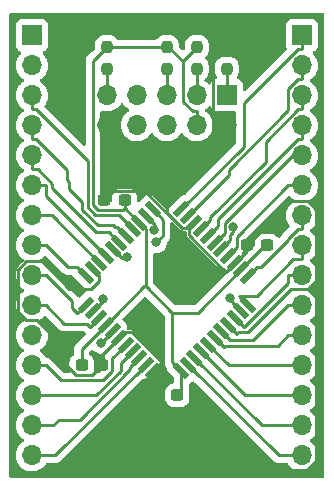
<source format=gbr>
%TF.GenerationSoftware,KiCad,Pcbnew,(6.0.6-0)*%
%TF.CreationDate,2022-09-20T04:26:41+09:00*%
%TF.ProjectId,EPM3032_DEV,45504d33-3033-4325-9f44-45562e6b6963,rev?*%
%TF.SameCoordinates,Original*%
%TF.FileFunction,Copper,L1,Top*%
%TF.FilePolarity,Positive*%
%FSLAX46Y46*%
G04 Gerber Fmt 4.6, Leading zero omitted, Abs format (unit mm)*
G04 Created by KiCad (PCBNEW (6.0.6-0)) date 2022-09-20 04:26:41*
%MOMM*%
%LPD*%
G01*
G04 APERTURE LIST*
G04 Aperture macros list*
%AMRoundRect*
0 Rectangle with rounded corners*
0 $1 Rounding radius*
0 $2 $3 $4 $5 $6 $7 $8 $9 X,Y pos of 4 corners*
0 Add a 4 corners polygon primitive as box body*
4,1,4,$2,$3,$4,$5,$6,$7,$8,$9,$2,$3,0*
0 Add four circle primitives for the rounded corners*
1,1,$1+$1,$2,$3*
1,1,$1+$1,$4,$5*
1,1,$1+$1,$6,$7*
1,1,$1+$1,$8,$9*
0 Add four rect primitives between the rounded corners*
20,1,$1+$1,$2,$3,$4,$5,0*
20,1,$1+$1,$4,$5,$6,$7,0*
20,1,$1+$1,$6,$7,$8,$9,0*
20,1,$1+$1,$8,$9,$2,$3,0*%
%AMRotRect*
0 Rectangle, with rotation*
0 The origin of the aperture is its center*
0 $1 length*
0 $2 width*
0 $3 Rotation angle, in degrees counterclockwise*
0 Add horizontal line*
21,1,$1,$2,0,0,$3*%
G04 Aperture macros list end*
%TA.AperFunction,SMDPad,CuDef*%
%ADD10RoundRect,0.237500X0.300000X0.237500X-0.300000X0.237500X-0.300000X-0.237500X0.300000X-0.237500X0*%
%TD*%
%TA.AperFunction,ComponentPad*%
%ADD11R,1.700000X1.700000*%
%TD*%
%TA.AperFunction,ComponentPad*%
%ADD12O,1.700000X1.700000*%
%TD*%
%TA.AperFunction,SMDPad,CuDef*%
%ADD13RoundRect,0.237500X0.237500X-0.250000X0.237500X0.250000X-0.237500X0.250000X-0.237500X-0.250000X0*%
%TD*%
%TA.AperFunction,SMDPad,CuDef*%
%ADD14RoundRect,0.237500X-0.300000X-0.237500X0.300000X-0.237500X0.300000X0.237500X-0.300000X0.237500X0*%
%TD*%
%TA.AperFunction,SMDPad,CuDef*%
%ADD15RoundRect,0.237500X-0.237500X0.250000X-0.237500X-0.250000X0.237500X-0.250000X0.237500X0.250000X0*%
%TD*%
%TA.AperFunction,SMDPad,CuDef*%
%ADD16RotRect,1.500000X0.550000X315.000000*%
%TD*%
%TA.AperFunction,SMDPad,CuDef*%
%ADD17RotRect,1.500000X0.550000X45.000000*%
%TD*%
%TA.AperFunction,ViaPad*%
%ADD18C,0.800000*%
%TD*%
%TA.AperFunction,Conductor*%
%ADD19C,0.250000*%
%TD*%
G04 APERTURE END LIST*
D10*
%TO.P,C3,1*%
%TO.N,VCC*%
X120242500Y-104140000D03*
%TO.P,C3,2*%
%TO.N,GND*%
X118517500Y-104140000D03*
%TD*%
D11*
%TO.P,J1,1,Pin_1*%
%TO.N,/TCK*%
X124455000Y-78735000D03*
D12*
%TO.P,J1,2,Pin_2*%
%TO.N,GND*%
X124455000Y-81275000D03*
%TO.P,J1,3,Pin_3*%
%TO.N,/TDO*%
X121915000Y-78735000D03*
%TO.P,J1,4,Pin_4*%
%TO.N,VCC*%
X121915000Y-81275000D03*
%TO.P,J1,5,Pin_5*%
%TO.N,/TMS*%
X119375000Y-78735000D03*
%TO.P,J1,6,Pin_6*%
%TO.N,unconnected-(J1-Pad6)*%
X119375000Y-81275000D03*
%TO.P,J1,7,Pin_7*%
%TO.N,unconnected-(J1-Pad7)*%
X116835000Y-78735000D03*
%TO.P,J1,8,Pin_8*%
%TO.N,unconnected-(J1-Pad8)*%
X116835000Y-81275000D03*
%TO.P,J1,9,Pin_9*%
%TO.N,/TDI*%
X114295000Y-78735000D03*
%TO.P,J1,10,Pin_10*%
%TO.N,GND*%
X114295000Y-81275000D03*
%TD*%
D10*
%TO.P,C4,1*%
%TO.N,VCC*%
X127862500Y-91440000D03*
%TO.P,C4,2*%
%TO.N,GND*%
X126137500Y-91440000D03*
%TD*%
D13*
%TO.P,R2,1*%
%TO.N,/TMS*%
X119380000Y-76477500D03*
%TO.P,R2,2*%
%TO.N,VCC*%
X119380000Y-74652500D03*
%TD*%
D11*
%TO.P,J2,1,Pin_1*%
%TO.N,/P1*%
X107950000Y-73665000D03*
D12*
%TO.P,J2,2,Pin_2*%
%TO.N,/P2*%
X107950000Y-76205000D03*
%TO.P,J2,3,Pin_3*%
%TO.N,/P4*%
X107950000Y-78745000D03*
%TO.P,J2,4,Pin_4*%
%TO.N,/P5*%
X107950000Y-81285000D03*
%TO.P,J2,5,Pin_5*%
%TO.N,/P6*%
X107950000Y-83825000D03*
%TO.P,J2,6,Pin_6*%
%TO.N,/P8*%
X107950000Y-86365000D03*
%TO.P,J2,7,Pin_7*%
%TO.N,/P9*%
X107950000Y-88905000D03*
%TO.P,J2,8,Pin_8*%
%TO.N,/P11*%
X107950000Y-91445000D03*
%TO.P,J2,9,Pin_9*%
%TO.N,/P12*%
X107950000Y-93985000D03*
%TO.P,J2,10,Pin_10*%
%TO.N,/P14*%
X107950000Y-96525000D03*
%TO.P,J2,11,Pin_11*%
%TO.N,/P16*%
X107950000Y-99065000D03*
%TO.P,J2,12,Pin_12*%
%TO.N,/P18*%
X107950000Y-101605000D03*
%TO.P,J2,13,Pin_13*%
%TO.N,/P19*%
X107950000Y-104145000D03*
%TO.P,J2,14,Pin_14*%
%TO.N,/P20*%
X107950000Y-106685000D03*
%TO.P,J2,15,Pin_15*%
%TO.N,/P21*%
X107950000Y-109225000D03*
%TD*%
D14*
%TO.P,C2,1*%
%TO.N,VCC*%
X112167500Y-101600000D03*
%TO.P,C2,2*%
%TO.N,GND*%
X113892500Y-101600000D03*
%TD*%
D11*
%TO.P,J3,1,Pin_1*%
%TO.N,/P44*%
X130810000Y-73665000D03*
D12*
%TO.P,J3,2,Pin_2*%
%TO.N,/P43*%
X130810000Y-76205000D03*
%TO.P,J3,3,Pin_3*%
%TO.N,/P41*%
X130810000Y-78745000D03*
%TO.P,J3,4,Pin_4*%
%TO.N,/P40*%
X130810000Y-81285000D03*
%TO.P,J3,5,Pin_5*%
%TO.N,/P39*%
X130810000Y-83825000D03*
%TO.P,J3,6,Pin_6*%
%TO.N,/P37*%
X130810000Y-86365000D03*
%TO.P,J3,7,Pin_7*%
%TO.N,/P34*%
X130810000Y-88905000D03*
%TO.P,J3,8,Pin_8*%
%TO.N,/P33*%
X130810000Y-91445000D03*
%TO.P,J3,9,Pin_9*%
%TO.N,/P31*%
X130810000Y-93985000D03*
%TO.P,J3,10,Pin_10*%
%TO.N,/P29*%
X130810000Y-96525000D03*
%TO.P,J3,11,Pin_11*%
%TO.N,/P28*%
X130810000Y-99065000D03*
%TO.P,J3,12,Pin_12*%
%TO.N,/P27*%
X130810000Y-101605000D03*
%TO.P,J3,13,Pin_13*%
%TO.N,/P26*%
X130810000Y-104145000D03*
%TO.P,J3,14,Pin_14*%
%TO.N,/P25*%
X130810000Y-106685000D03*
%TO.P,J3,15,Pin_15*%
%TO.N,/P24*%
X130810000Y-109225000D03*
%TD*%
D13*
%TO.P,R4,1*%
%TO.N,/TDI*%
X114300000Y-76477500D03*
%TO.P,R4,2*%
%TO.N,VCC*%
X114300000Y-74652500D03*
%TD*%
D15*
%TO.P,R3,1*%
%TO.N,GND*%
X124460000Y-74652500D03*
%TO.P,R3,2*%
%TO.N,/TCK*%
X124460000Y-76477500D03*
%TD*%
D10*
%TO.P,C1,1*%
%TO.N,VCC*%
X115797500Y-87630000D03*
%TO.P,C1,2*%
%TO.N,GND*%
X114072500Y-87630000D03*
%TD*%
D13*
%TO.P,R1,1*%
%TO.N,/TDO*%
X121920000Y-76477500D03*
%TO.P,R1,2*%
%TO.N,VCC*%
X121920000Y-74652500D03*
%TD*%
D16*
%TO.P,U1,1,I/GCLRn*%
%TO.N,/P1*%
X118177918Y-88391064D03*
%TO.P,U1,2,I/OE2/GCLK2*%
%TO.N,/P2*%
X117612233Y-88956750D03*
%TO.P,U1,3,VCC*%
%TO.N,VCC*%
X117046548Y-89522435D03*
%TO.P,U1,4,I/O*%
%TO.N,/P4*%
X116480862Y-90088120D03*
%TO.P,U1,5,I/O*%
%TO.N,/P5*%
X115915177Y-90653806D03*
%TO.P,U1,6,I/O*%
%TO.N,/P6*%
X115349491Y-91219491D03*
%TO.P,U1,7,I/O/TDI*%
%TO.N,/TDI*%
X114783806Y-91785177D03*
%TO.P,U1,8,I/O*%
%TO.N,/P8*%
X114218120Y-92350862D03*
%TO.P,U1,9,I/O*%
%TO.N,/P9*%
X113652435Y-92916548D03*
%TO.P,U1,10,GND*%
%TO.N,GND*%
X113086750Y-93482233D03*
%TO.P,U1,11,I/O*%
%TO.N,/P11*%
X112521064Y-94047918D03*
D17*
%TO.P,U1,12,I/O*%
%TO.N,/P12*%
X112521064Y-96452082D03*
%TO.P,U1,13,I/O/TMS*%
%TO.N,/TMS*%
X113086750Y-97017767D03*
%TO.P,U1,14,I/O*%
%TO.N,/P14*%
X113652435Y-97583452D03*
%TO.P,U1,15,VCC*%
%TO.N,VCC*%
X114218120Y-98149138D03*
%TO.P,U1,16,I/O*%
%TO.N,/P16*%
X114783806Y-98714823D03*
%TO.P,U1,17,GND*%
%TO.N,GND*%
X115349491Y-99280509D03*
%TO.P,U1,18,I/O*%
%TO.N,/P18*%
X115915177Y-99846194D03*
%TO.P,U1,19,I/O*%
%TO.N,/P19*%
X116480862Y-100411880D03*
%TO.P,U1,20,I/O*%
%TO.N,/P20*%
X117046548Y-100977565D03*
%TO.P,U1,21,I/O*%
%TO.N,/P21*%
X117612233Y-101543250D03*
%TO.P,U1,22,GND*%
%TO.N,GND*%
X118177918Y-102108936D03*
D16*
%TO.P,U1,23,VCC*%
%TO.N,VCC*%
X120582082Y-102108936D03*
%TO.P,U1,24,I/O*%
%TO.N,/P24*%
X121147767Y-101543250D03*
%TO.P,U1,25,I/O*%
%TO.N,/P25*%
X121713452Y-100977565D03*
%TO.P,U1,26,I/O*%
%TO.N,/P26*%
X122279138Y-100411880D03*
%TO.P,U1,27,I/O*%
%TO.N,/P27*%
X122844823Y-99846194D03*
%TO.P,U1,28,I/O*%
%TO.N,/P28*%
X123410509Y-99280509D03*
%TO.P,U1,29,I/O*%
%TO.N,/P29*%
X123976194Y-98714823D03*
%TO.P,U1,30,GND*%
%TO.N,GND*%
X124541880Y-98149138D03*
%TO.P,U1,31,I/O*%
%TO.N,/P31*%
X125107565Y-97583452D03*
%TO.P,U1,32,I/O/TCK*%
%TO.N,/TCK*%
X125673250Y-97017767D03*
%TO.P,U1,33,I/O*%
%TO.N,/P33*%
X126238936Y-96452082D03*
D17*
%TO.P,U1,34,I/O*%
%TO.N,/P34*%
X126238936Y-94047918D03*
%TO.P,U1,35,VCC*%
%TO.N,VCC*%
X125673250Y-93482233D03*
%TO.P,U1,36,GND*%
%TO.N,GND*%
X125107565Y-92916548D03*
%TO.P,U1,37,I/O*%
%TO.N,/P37*%
X124541880Y-92350862D03*
%TO.P,U1,38,I/O/TDO*%
%TO.N,/TDO*%
X123976194Y-91785177D03*
%TO.P,U1,39,I/O*%
%TO.N,/P39*%
X123410509Y-91219491D03*
%TO.P,U1,40,I/O*%
%TO.N,/P40*%
X122844823Y-90653806D03*
%TO.P,U1,41,I/O*%
%TO.N,/P41*%
X122279138Y-90088120D03*
%TO.P,U1,42,GND*%
%TO.N,GND*%
X121713452Y-89522435D03*
%TO.P,U1,43,I/GCLK1*%
%TO.N,/P43*%
X121147767Y-88956750D03*
%TO.P,U1,44,I/OE1*%
%TO.N,/P44*%
X120582082Y-88391064D03*
%TD*%
D18*
%TO.N,/TCK*%
X124752900Y-95920500D03*
%TO.N,/TDO*%
X124989900Y-89874700D03*
%TO.N,/TMS*%
X113986500Y-96003300D03*
%TO.N,/TDI*%
X116032400Y-92452200D03*
%TO.N,/P1*%
X118481600Y-91179100D03*
%TO.N,/P2*%
X118315900Y-90176500D03*
%TO.N,/P16*%
X113804100Y-99694500D03*
%TD*%
D19*
%TO.N,VCC*%
X115797500Y-87630000D02*
X115798000Y-87630000D01*
X120582100Y-102108900D02*
X119821800Y-101348600D01*
X119380000Y-74652500D02*
X114300000Y-74652500D01*
X115798000Y-88273400D02*
X117047000Y-89522400D01*
X113119600Y-75832900D02*
X114300000Y-74652500D01*
X125673200Y-93482200D02*
X125673100Y-93482100D01*
X120582100Y-102117300D02*
X120582100Y-102108900D01*
X127862000Y-91440000D02*
X127862500Y-91440000D01*
X121547700Y-80099700D02*
X120714700Y-79266700D01*
X117047000Y-89522400D02*
X117046500Y-89522400D01*
X122000300Y-97154900D02*
X125673000Y-93482200D01*
X120582000Y-103800000D02*
X120242300Y-104139700D01*
X120714700Y-75857800D02*
X121920000Y-74652500D01*
X115798000Y-88273400D02*
X115626200Y-88445200D01*
X114218100Y-98149100D02*
X114978500Y-97388700D01*
X120242300Y-104139800D02*
X120242300Y-104139700D01*
X117443600Y-94923600D02*
X117590500Y-94923600D01*
X120242500Y-104140000D02*
X120242300Y-104139800D01*
X112168000Y-101600000D02*
X112168000Y-100200000D01*
X119821800Y-97154900D02*
X119821800Y-101348600D01*
X120242300Y-104139700D02*
X120242000Y-104140000D01*
X114978500Y-97388700D02*
X117443600Y-94923600D01*
X113510100Y-88445200D02*
X113119600Y-88054700D01*
X125673300Y-93482200D02*
X125673200Y-93482200D01*
X115626200Y-88445200D02*
X113510100Y-88445200D01*
X119509400Y-74652500D02*
X119380000Y-74652500D01*
X120582000Y-102109000D02*
X120582000Y-102117400D01*
X117590500Y-94923600D02*
X119821800Y-97154900D01*
X115798000Y-87630000D02*
X115798000Y-88273400D01*
X127715000Y-91440000D02*
X125673100Y-93482100D01*
X121915000Y-81275000D02*
X121915000Y-80099700D01*
X120714700Y-75857800D02*
X119509400Y-74652500D01*
X119821800Y-97154900D02*
X122000300Y-97154900D01*
X120714700Y-79266700D02*
X120714700Y-75857800D01*
X127862000Y-91440000D02*
X127715000Y-91440000D01*
X113119600Y-88054700D02*
X113119600Y-75832900D01*
X121915000Y-80099700D02*
X121547700Y-80099700D01*
X117590500Y-94923600D02*
X117590500Y-90065900D01*
X120582000Y-102117400D02*
X120582100Y-102117300D01*
X114218100Y-98149100D02*
X114218000Y-98149100D01*
X112167500Y-101600000D02*
X112168000Y-101600000D01*
X120582000Y-102117400D02*
X120582000Y-103800000D01*
X125673100Y-93482100D02*
X125673000Y-93482200D01*
X117590500Y-90065900D02*
X117047000Y-89522400D01*
X112168000Y-100200000D02*
X114218000Y-98149100D01*
%TO.N,GND*%
X121713500Y-89522400D02*
X121713000Y-89522400D01*
X113086700Y-93482200D02*
X113596500Y-93992000D01*
X126218900Y-98805800D02*
X125405900Y-98805800D01*
X131242700Y-110461700D02*
X124839700Y-110461700D01*
X116408500Y-98782500D02*
X118687800Y-101061800D01*
X121229100Y-90006500D02*
X121229000Y-90006500D01*
X118178000Y-103800000D02*
X118518000Y-104140000D01*
X113892500Y-101597100D02*
X113892500Y-101600000D01*
X125108000Y-92916500D02*
X125107600Y-92916500D01*
X125405900Y-98805800D02*
X125302300Y-98909400D01*
X118177900Y-102108900D02*
X118938300Y-101348500D01*
X115847500Y-98782500D02*
X116408500Y-98782500D01*
X113892000Y-101596600D02*
X113892500Y-101597100D01*
X132023900Y-94467500D02*
X131331000Y-95160400D01*
X124541900Y-98149100D02*
X125302300Y-98909400D01*
X118178000Y-102142800D02*
X118178000Y-103800000D01*
X131328700Y-87728800D02*
X132023900Y-88424000D01*
X121229000Y-90006500D02*
X121713000Y-89522400D01*
X119380000Y-87439600D02*
X123254700Y-83564900D01*
X124086000Y-93415600D02*
X124057600Y-93415600D01*
X126138000Y-91460500D02*
X126137500Y-91460000D01*
X126137500Y-91460000D02*
X126137500Y-91440000D01*
X113892000Y-101600000D02*
X113892000Y-101596600D01*
X118687800Y-101061800D02*
X118687800Y-101098100D01*
X131331000Y-95160400D02*
X129864300Y-95160400D01*
X113892000Y-101596600D02*
X113892000Y-101593200D01*
X124455000Y-81275000D02*
X123279700Y-81275000D01*
X112951500Y-95139200D02*
X111106200Y-95139200D01*
X118177900Y-102142700D02*
X118177900Y-102108900D01*
X110121700Y-100910100D02*
X111641500Y-102429900D01*
X126138000Y-91460500D02*
X126138000Y-91481000D01*
X114072500Y-87629500D02*
X114760000Y-86942000D01*
X124839700Y-110461700D02*
X118518000Y-104140000D01*
X113892000Y-100738000D02*
X115349000Y-99280500D01*
X126138000Y-91481000D02*
X129890200Y-87728800D01*
X126138000Y-91481000D02*
X126138000Y-91886600D01*
X123279700Y-75832800D02*
X124460000Y-74652500D01*
X125107600Y-92916500D02*
X124347300Y-93676800D01*
X108344200Y-97795000D02*
X110121700Y-99572500D01*
X115349500Y-99280500D02*
X115689900Y-98940100D01*
X131985400Y-109719000D02*
X131242700Y-110461700D01*
X114072500Y-87629500D02*
X114072500Y-87630000D01*
X111641500Y-102429900D02*
X113055300Y-102429900D01*
X123279700Y-81275000D02*
X123279700Y-75832800D01*
X123254700Y-81300000D02*
X123279700Y-81275000D01*
X123254700Y-83564900D02*
X123254700Y-81300000D01*
X118518000Y-104140000D02*
X118517500Y-104140000D01*
X114295000Y-81275000D02*
X114295000Y-82450300D01*
X113892000Y-101593200D02*
X113892000Y-100738000D01*
X118178000Y-102142800D02*
X118177900Y-102142700D01*
X119380000Y-88744700D02*
X119380000Y-87439600D01*
X115689900Y-98940100D02*
X115847500Y-98782500D01*
X110121700Y-99572500D02*
X110121700Y-100910100D01*
X118178000Y-102109000D02*
X118178000Y-102142800D01*
X115689400Y-98940100D02*
X115689900Y-98940100D01*
X132023900Y-88424000D02*
X132023900Y-94467500D01*
X124057600Y-93415600D02*
X121229100Y-90587100D01*
X129864300Y-95160400D02*
X126218900Y-98805800D01*
X106729100Y-97062900D02*
X107461200Y-97795000D01*
X129890200Y-87728800D02*
X131328700Y-87728800D01*
X119380000Y-88744700D02*
X120642000Y-90006500D01*
X117465000Y-86830000D02*
X119380000Y-88744700D01*
X107432600Y-92806000D02*
X106729100Y-93509500D01*
X131331000Y-95160400D02*
X131985400Y-95814800D01*
X106729100Y-93509500D02*
X106729100Y-97062900D01*
X114760000Y-86942000D02*
X114872000Y-86830000D01*
X108773000Y-92806000D02*
X107432600Y-92806000D01*
X111106200Y-95139200D02*
X108773000Y-92806000D01*
X121229100Y-90587100D02*
X121229100Y-90006500D01*
X118687800Y-101098100D02*
X118938300Y-101348500D01*
X114760000Y-86942000D02*
X114760000Y-82915300D01*
X114872000Y-86830000D02*
X117465000Y-86830000D01*
X131985400Y-95814800D02*
X131985400Y-109719000D01*
X126138000Y-91886600D02*
X125108000Y-92916500D01*
X124347300Y-93676800D02*
X124086000Y-93415600D01*
X114760000Y-82915300D02*
X114295000Y-82450300D01*
X113596500Y-93992000D02*
X113596500Y-94494200D01*
X113596500Y-94494200D02*
X112951500Y-95139200D01*
X114072000Y-87630000D02*
X114072500Y-87629500D01*
X115349000Y-99280500D02*
X115689400Y-98940100D01*
X126138000Y-91440000D02*
X126138000Y-91460500D01*
X113055300Y-102429900D02*
X113892000Y-101593200D01*
X120642000Y-90006500D02*
X121229000Y-90006500D01*
X107461200Y-97795000D02*
X108344200Y-97795000D01*
%TO.N,/TCK*%
X124455000Y-78735000D02*
X124455000Y-77559700D01*
X124913000Y-96080600D02*
X124913000Y-96257400D01*
X124455000Y-77559700D02*
X124460000Y-77554700D01*
X125673300Y-97017800D02*
X124913000Y-96257400D01*
X124752900Y-95920500D02*
X124913000Y-96080600D01*
X124460000Y-77554700D02*
X124460000Y-76477500D01*
%TO.N,/TDO*%
X124736600Y-91024800D02*
X124736500Y-91024800D01*
X121915000Y-78735000D02*
X121915000Y-77559700D01*
X124989900Y-90325000D02*
X124989900Y-89874700D01*
X121920000Y-77554700D02*
X121920000Y-76477500D01*
X124736500Y-90578400D02*
X124989900Y-90325000D01*
X123976200Y-91785200D02*
X124736600Y-91024800D01*
X124736500Y-91024800D02*
X124736500Y-90578400D01*
X121915000Y-77559700D02*
X121920000Y-77554700D01*
%TO.N,/TMS*%
X119375000Y-78735000D02*
X119375000Y-77559700D01*
X113847000Y-96142800D02*
X113847000Y-96257400D01*
X119375000Y-77559700D02*
X119380000Y-77554700D01*
X113847000Y-96257400D02*
X113847100Y-96257400D01*
X113086700Y-97017800D02*
X113847100Y-96257400D01*
X113986500Y-96003300D02*
X113847000Y-96142800D01*
X119380000Y-77554700D02*
X119380000Y-76477500D01*
%TO.N,/TDI*%
X114783800Y-91785200D02*
X115544200Y-92545500D01*
X114295000Y-77559700D02*
X114300000Y-77554700D01*
X114295000Y-78735000D02*
X114295000Y-77559700D01*
X115637500Y-92452200D02*
X115544200Y-92545500D01*
X114300000Y-77554700D02*
X114300000Y-76477500D01*
X116032400Y-92452200D02*
X115637500Y-92452200D01*
%TO.N,/P1*%
X118481600Y-91179100D02*
X119041400Y-90619300D01*
X119041400Y-89254600D02*
X118177900Y-88391100D01*
X119041400Y-90619300D02*
X119041400Y-89254600D01*
%TO.N,/P2*%
X117612200Y-88956700D02*
X118372600Y-89717000D01*
X118315900Y-90176500D02*
X118315900Y-89773700D01*
X118315900Y-89773700D02*
X118372600Y-89717000D01*
%TO.N,/P4*%
X107950000Y-78745000D02*
X107950000Y-79920300D01*
X115288400Y-88895600D02*
X116480900Y-90088100D01*
X108317300Y-79920300D02*
X112659000Y-84262000D01*
X112659000Y-88231000D02*
X113323600Y-88895600D01*
X112659000Y-84262000D02*
X112659000Y-88231000D01*
X113323600Y-88895600D02*
X115288400Y-88895600D01*
X107950000Y-79920300D02*
X108317300Y-79920300D01*
%TO.N,/P5*%
X110910700Y-85846000D02*
X110956000Y-85891300D01*
X113551500Y-89760400D02*
X114825000Y-89760400D01*
X114958100Y-89893500D02*
X115154800Y-89893500D01*
X112208600Y-87780900D02*
X112208600Y-88417500D01*
X112208600Y-88417500D02*
X113551500Y-89760400D01*
X115154800Y-89893500D02*
X115154900Y-89893400D01*
X107950000Y-81285000D02*
X107950000Y-82460300D01*
X110956000Y-85891400D02*
X111129300Y-86064700D01*
X112029900Y-87602100D02*
X112029900Y-87602200D01*
X107950000Y-82460300D02*
X108335600Y-82460300D01*
X111129300Y-86064700D02*
X111129300Y-86701400D01*
X111129300Y-86701400D02*
X111579600Y-87151700D01*
X112029900Y-87602200D02*
X112208600Y-87780900D01*
X111579600Y-87151800D02*
X112029900Y-87602100D01*
X108335600Y-82460300D02*
X110910700Y-85035400D01*
X111579600Y-87151700D02*
X111579600Y-87151800D01*
X114825000Y-89760400D02*
X114958100Y-89893500D01*
X115915200Y-90653800D02*
X115154900Y-89893400D01*
X110956000Y-85891300D02*
X110956000Y-85891400D01*
X110910700Y-85035400D02*
X110910700Y-85846000D01*
%TO.N,/P6*%
X109676400Y-86609900D02*
X113380100Y-90313600D01*
X107950000Y-83825000D02*
X107950000Y-85000300D01*
X107950000Y-85000300D02*
X108463700Y-85000300D01*
X114443600Y-90313600D02*
X115349500Y-91219500D01*
X108463700Y-85000300D02*
X109676400Y-86213000D01*
X109676400Y-86213000D02*
X109676400Y-86609900D01*
X113380100Y-90313600D02*
X114443600Y-90313600D01*
%TO.N,/P8*%
X109125300Y-87258100D02*
X114218100Y-92350900D01*
X109125300Y-86365000D02*
X109125300Y-87258100D01*
X107950000Y-86365000D02*
X109125300Y-86365000D01*
%TO.N,/P9*%
X109640900Y-88905000D02*
X113652400Y-92916500D01*
X107950000Y-88905000D02*
X109640900Y-88905000D01*
%TO.N,/P11*%
X107950000Y-91445000D02*
X109125300Y-91445000D01*
X111760700Y-93287600D02*
X111760800Y-93287500D01*
X109125300Y-91445000D02*
X110967900Y-93287600D01*
X110967900Y-93287600D02*
X111760700Y-93287600D01*
X112521100Y-94047900D02*
X111760800Y-93287500D01*
%TO.N,/P12*%
X111336300Y-96196000D02*
X111336300Y-96788000D01*
X112521100Y-96452100D02*
X111760800Y-97212400D01*
X107950000Y-93985000D02*
X109125300Y-93985000D01*
X111336300Y-96788000D02*
X111760800Y-97212400D01*
X109125300Y-93985000D02*
X111336300Y-96196000D01*
%TO.N,/P14*%
X113652400Y-97583500D02*
X112892200Y-98343700D01*
X107950000Y-96525000D02*
X109125300Y-96525000D01*
X109125300Y-96525000D02*
X110681800Y-98081500D01*
X112629900Y-98081500D02*
X112892200Y-98343700D01*
X110681800Y-98081500D02*
X112629900Y-98081500D01*
%TO.N,/P16*%
X114783800Y-98714800D02*
X113804100Y-99694500D01*
%TO.N,/P18*%
X110400500Y-102880200D02*
X113947200Y-102880200D01*
X107950000Y-101605000D02*
X109125300Y-101605000D01*
X109125300Y-101605000D02*
X110400500Y-102880200D01*
X113947200Y-102880200D02*
X114756300Y-102071100D01*
X114756300Y-102071100D02*
X114756300Y-101005100D01*
X114756300Y-101005100D02*
X115915200Y-99846200D01*
%TO.N,/P19*%
X115478100Y-102051600D02*
X115478100Y-101414700D01*
X107950000Y-104145000D02*
X113384700Y-104145000D01*
X113384700Y-104145000D02*
X115478100Y-102051600D01*
X115478100Y-101414700D02*
X116480900Y-100411900D01*
%TO.N,/P20*%
X116286300Y-101737900D02*
X116286300Y-101942400D01*
X109754400Y-106685000D02*
X107950000Y-106685000D01*
X110204700Y-106234700D02*
X109754400Y-106685000D01*
X116286300Y-101737800D02*
X116286300Y-101737900D01*
X117046500Y-100977600D02*
X116286300Y-101737800D01*
X111994000Y-106234700D02*
X110204700Y-106234700D01*
X116286300Y-101942400D02*
X111994000Y-106234700D01*
%TO.N,/P21*%
X107950000Y-109225000D02*
X109930500Y-109225000D01*
X109930500Y-109225000D02*
X117612200Y-101543300D01*
%TO.N,/P44*%
X125865300Y-79417700D02*
X125865300Y-83107900D01*
X130810000Y-74840300D02*
X130442700Y-74840300D01*
X125865300Y-83107900D02*
X120582100Y-88391100D01*
X130810000Y-73665000D02*
X130810000Y-74840300D01*
X130442700Y-74840300D02*
X125865300Y-79417700D01*
%TO.N,/P43*%
X124617700Y-85036200D02*
X124617700Y-85486800D01*
X130810000Y-77380300D02*
X130442600Y-77380300D01*
X130442600Y-77380300D02*
X129634700Y-78188200D01*
X124617700Y-85486800D02*
X121147800Y-88956700D01*
X129634700Y-78188200D02*
X129634700Y-80019200D01*
X130810000Y-76205000D02*
X130810000Y-77380300D01*
X129634700Y-80019200D02*
X124617700Y-85036200D01*
%TO.N,/P41*%
X123039400Y-89327700D02*
X123039500Y-89327700D01*
X130810000Y-79920300D02*
X130502400Y-79920300D01*
X127734800Y-84350200D02*
X123039400Y-89045600D01*
X127734800Y-82687900D02*
X127734800Y-84350200D01*
X122279100Y-90088100D02*
X123039500Y-89327700D01*
X123039400Y-89045600D02*
X123039400Y-89327700D01*
X130502400Y-79920300D02*
X127734800Y-82687900D01*
X130810000Y-78745000D02*
X130810000Y-79920300D01*
%TO.N,/P40*%
X123731100Y-89767500D02*
X122844800Y-90653800D01*
X130810000Y-81285000D02*
X130810000Y-82460300D01*
X130484900Y-82460300D02*
X123731100Y-89214100D01*
X123731100Y-89214100D02*
X123731100Y-89767500D01*
X130810000Y-82460300D02*
X130484900Y-82460300D01*
%TO.N,/P39*%
X124264600Y-89574300D02*
X124264600Y-90365400D01*
X130810000Y-83825000D02*
X130013900Y-83825000D01*
X124264600Y-90365400D02*
X123410500Y-91219500D01*
X130013900Y-83825000D02*
X124264600Y-89574300D01*
%TO.N,/P37*%
X130810000Y-86365000D02*
X129634700Y-86365000D01*
X125273700Y-91619100D02*
X125273700Y-90726000D01*
X124541900Y-92350900D02*
X125273700Y-91619100D01*
X125273700Y-90726000D02*
X129634700Y-86365000D01*
%TO.N,/P34*%
X126238900Y-94047900D02*
X126999300Y-93287500D01*
X127359500Y-93287600D02*
X126999300Y-93287600D01*
X130810000Y-88905000D02*
X130810000Y-90080300D01*
X130810000Y-90080300D02*
X130450200Y-90080300D01*
X126999300Y-93287600D02*
X126999300Y-93287500D01*
X129634700Y-91012400D02*
X127359500Y-93287600D01*
X130450200Y-90080300D02*
X129634700Y-90895800D01*
X129634700Y-90895800D02*
X129634700Y-91012400D01*
%TO.N,/P33*%
X130810000Y-91445000D02*
X130810000Y-92620300D01*
X130070700Y-92620300D02*
X126999200Y-95691800D01*
X130810000Y-92620300D02*
X130070700Y-92620300D01*
X126999200Y-95691800D02*
X125478600Y-95691800D01*
X126238900Y-96452100D02*
X125478600Y-95691800D01*
%TO.N,/P31*%
X126142200Y-98081000D02*
X126130600Y-98081000D01*
X126130600Y-98081000D02*
X125867900Y-98343700D01*
X129634700Y-94588500D02*
X126142200Y-98081000D01*
X130810000Y-93985000D02*
X129634700Y-93985000D01*
X125107600Y-97583500D02*
X125867900Y-98343700D01*
X129634700Y-93985000D02*
X129634700Y-94588500D01*
%TO.N,/P29*%
X123976200Y-98714800D02*
X124736600Y-99475100D01*
X130810000Y-96525000D02*
X129634700Y-96525000D01*
X124736600Y-99475100D02*
X126684600Y-99475100D01*
X126684600Y-99475100D02*
X129634700Y-96525000D01*
%TO.N,/P28*%
X123410500Y-99280500D02*
X124170900Y-100040800D01*
X124264800Y-99946900D02*
X124170900Y-100040800D01*
X130810000Y-99065000D02*
X129634700Y-99065000D01*
X129634700Y-99065000D02*
X128752800Y-99946900D01*
X128752800Y-99946900D02*
X124264800Y-99946900D01*
%TO.N,/P27*%
X130810000Y-101605000D02*
X124603600Y-101605000D01*
X124603600Y-101605000D02*
X122844800Y-99846200D01*
%TO.N,/P26*%
X126012200Y-104145000D02*
X122279100Y-100411900D01*
X130810000Y-104145000D02*
X126012200Y-104145000D01*
%TO.N,/P25*%
X127420900Y-106685000D02*
X121713500Y-100977600D01*
X130810000Y-106685000D02*
X127420900Y-106685000D01*
%TO.N,/P24*%
X128829500Y-109225000D02*
X121147800Y-101543300D01*
X130810000Y-109225000D02*
X128829500Y-109225000D01*
%TD*%
%TA.AperFunction,Conductor*%
%TO.N,GND*%
G36*
X132657121Y-71775002D02*
G01*
X132703614Y-71828658D01*
X132715000Y-71881000D01*
X132715000Y-110999000D01*
X132694998Y-111067121D01*
X132641342Y-111113614D01*
X132589000Y-111125000D01*
X106171000Y-111125000D01*
X106102879Y-111104998D01*
X106056386Y-111051342D01*
X106045000Y-110999000D01*
X106045000Y-109191695D01*
X106587251Y-109191695D01*
X106587548Y-109196848D01*
X106587548Y-109196851D01*
X106593011Y-109291590D01*
X106600110Y-109414715D01*
X106601247Y-109419761D01*
X106601248Y-109419767D01*
X106621119Y-109507939D01*
X106649222Y-109632639D01*
X106709014Y-109779890D01*
X106726662Y-109823351D01*
X106733266Y-109839616D01*
X106747731Y-109863220D01*
X106847291Y-110025688D01*
X106849987Y-110030088D01*
X106996250Y-110198938D01*
X107168126Y-110341632D01*
X107361000Y-110454338D01*
X107569692Y-110534030D01*
X107574760Y-110535061D01*
X107574763Y-110535062D01*
X107682017Y-110556883D01*
X107788597Y-110578567D01*
X107793772Y-110578757D01*
X107793774Y-110578757D01*
X108006673Y-110586564D01*
X108006677Y-110586564D01*
X108011837Y-110586753D01*
X108016957Y-110586097D01*
X108016959Y-110586097D01*
X108228288Y-110559025D01*
X108228289Y-110559025D01*
X108233416Y-110558368D01*
X108238366Y-110556883D01*
X108442429Y-110495661D01*
X108442434Y-110495659D01*
X108447384Y-110494174D01*
X108647994Y-110395896D01*
X108829860Y-110266173D01*
X108988096Y-110108489D01*
X109047594Y-110025689D01*
X109115435Y-109931277D01*
X109118453Y-109927077D01*
X109120746Y-109922437D01*
X109122446Y-109919608D01*
X109174674Y-109871518D01*
X109230451Y-109858500D01*
X109851733Y-109858500D01*
X109862916Y-109859027D01*
X109870409Y-109860702D01*
X109878335Y-109860453D01*
X109878336Y-109860453D01*
X109938486Y-109858562D01*
X109942445Y-109858500D01*
X109970356Y-109858500D01*
X109974291Y-109858003D01*
X109974356Y-109857995D01*
X109986193Y-109857062D01*
X110018451Y-109856048D01*
X110022470Y-109855922D01*
X110030389Y-109855673D01*
X110049843Y-109850021D01*
X110069200Y-109846013D01*
X110081430Y-109844468D01*
X110081431Y-109844468D01*
X110089297Y-109843474D01*
X110096668Y-109840555D01*
X110096670Y-109840555D01*
X110130412Y-109827196D01*
X110141642Y-109823351D01*
X110176483Y-109813229D01*
X110176484Y-109813229D01*
X110184093Y-109811018D01*
X110190912Y-109806985D01*
X110190917Y-109806983D01*
X110201528Y-109800707D01*
X110219276Y-109792012D01*
X110238117Y-109784552D01*
X110258487Y-109769753D01*
X110273887Y-109758564D01*
X110283807Y-109752048D01*
X110315035Y-109733580D01*
X110315038Y-109733578D01*
X110321862Y-109729542D01*
X110336183Y-109715221D01*
X110351217Y-109702380D01*
X110352932Y-109701134D01*
X110367607Y-109690472D01*
X110395798Y-109656395D01*
X110403788Y-109647616D01*
X117238837Y-102812567D01*
X117301149Y-102778541D01*
X117310070Y-102776935D01*
X117411657Y-102762387D01*
X117411660Y-102762386D01*
X117420543Y-102761114D01*
X117553139Y-102700827D01*
X117559292Y-102695880D01*
X117559295Y-102695878D01*
X117599223Y-102663774D01*
X117601885Y-102661634D01*
X118730617Y-101532902D01*
X118757449Y-101499530D01*
X118764861Y-101490312D01*
X118764863Y-101490309D01*
X118769810Y-101484156D01*
X118811503Y-101392456D01*
X118826383Y-101359729D01*
X118826383Y-101359728D01*
X118830097Y-101351560D01*
X118837992Y-101296436D01*
X118849473Y-101216263D01*
X118850746Y-101207374D01*
X118839904Y-101131669D01*
X118831370Y-101072074D01*
X118831369Y-101072071D01*
X118830097Y-101063188D01*
X118825119Y-101052238D01*
X118789289Y-100973434D01*
X118769810Y-100930592D01*
X118764863Y-100924439D01*
X118764861Y-100924436D01*
X118732757Y-100884508D01*
X118730617Y-100881846D01*
X118273637Y-100424866D01*
X118224891Y-100385673D01*
X118226420Y-100383771D01*
X118206027Y-100363378D01*
X118204125Y-100364907D01*
X118167072Y-100318823D01*
X118164932Y-100316161D01*
X117707952Y-99859181D01*
X117659206Y-99819988D01*
X117660738Y-99818082D01*
X117640347Y-99797688D01*
X117638439Y-99799222D01*
X117620996Y-99777528D01*
X117599246Y-99750476D01*
X117142266Y-99293496D01*
X117093520Y-99254303D01*
X117095054Y-99252395D01*
X117074660Y-99232004D01*
X117072754Y-99233536D01*
X117035701Y-99187452D01*
X117033561Y-99184790D01*
X116576581Y-98727810D01*
X116558196Y-98713028D01*
X116533991Y-98693566D01*
X116533988Y-98693564D01*
X116527835Y-98688617D01*
X116395239Y-98628330D01*
X116386356Y-98627058D01*
X116386353Y-98627057D01*
X116259942Y-98608954D01*
X116251053Y-98607681D01*
X116150509Y-98622080D01*
X116080241Y-98611938D01*
X116026611Y-98565415D01*
X116006647Y-98497283D01*
X116007920Y-98479491D01*
X116021046Y-98387836D01*
X116022319Y-98378947D01*
X116001670Y-98234761D01*
X115941383Y-98102165D01*
X115936436Y-98096012D01*
X115936434Y-98096009D01*
X115904330Y-98056081D01*
X115902190Y-98053419D01*
X115645033Y-97796262D01*
X115611007Y-97733950D01*
X115616072Y-97663135D01*
X115645033Y-97618072D01*
X117427955Y-95835150D01*
X117490267Y-95801124D01*
X117561082Y-95806189D01*
X117606145Y-95835150D01*
X119151395Y-97380400D01*
X119185421Y-97442712D01*
X119188300Y-97469495D01*
X119188300Y-101269833D01*
X119187773Y-101281016D01*
X119186098Y-101288509D01*
X119186347Y-101296435D01*
X119186347Y-101296436D01*
X119188238Y-101356586D01*
X119188300Y-101360545D01*
X119188300Y-101388456D01*
X119188797Y-101392390D01*
X119188797Y-101392391D01*
X119188805Y-101392456D01*
X119189738Y-101404293D01*
X119191127Y-101448489D01*
X119196778Y-101467939D01*
X119200787Y-101487300D01*
X119203326Y-101507397D01*
X119206245Y-101514768D01*
X119206245Y-101514770D01*
X119219604Y-101548512D01*
X119223449Y-101559742D01*
X119235782Y-101602193D01*
X119239815Y-101609012D01*
X119239817Y-101609017D01*
X119246093Y-101619628D01*
X119254788Y-101637376D01*
X119262248Y-101656217D01*
X119266910Y-101662633D01*
X119266910Y-101662634D01*
X119288236Y-101691987D01*
X119294752Y-101701907D01*
X119317258Y-101739962D01*
X119322864Y-101745568D01*
X119322988Y-101745728D01*
X119348156Y-101805092D01*
X119354592Y-101850028D01*
X119364218Y-101917246D01*
X119424505Y-102049842D01*
X119429452Y-102055995D01*
X119429454Y-102055998D01*
X119449414Y-102080823D01*
X119463698Y-102098588D01*
X119911595Y-102546485D01*
X119945621Y-102608797D01*
X119948500Y-102635580D01*
X119948500Y-103037131D01*
X119928498Y-103105252D01*
X119874842Y-103151745D01*
X119835504Y-103162458D01*
X119795765Y-103166581D01*
X119795761Y-103166582D01*
X119788907Y-103167293D01*
X119782371Y-103169474D01*
X119782369Y-103169474D01*
X119649605Y-103213768D01*
X119623893Y-103222346D01*
X119475969Y-103313884D01*
X119470796Y-103319066D01*
X119358242Y-103431816D01*
X119358238Y-103431821D01*
X119353071Y-103436997D01*
X119349231Y-103443227D01*
X119349230Y-103443228D01*
X119287995Y-103542570D01*
X119261791Y-103585080D01*
X119207026Y-103750191D01*
X119196500Y-103852928D01*
X119196500Y-104427072D01*
X119207293Y-104531093D01*
X119262346Y-104696107D01*
X119353884Y-104844031D01*
X119359066Y-104849204D01*
X119471816Y-104961758D01*
X119471821Y-104961762D01*
X119476997Y-104966929D01*
X119483227Y-104970769D01*
X119483228Y-104970770D01*
X119582784Y-105032137D01*
X119625080Y-105058209D01*
X119790191Y-105112974D01*
X119797027Y-105113674D01*
X119797030Y-105113675D01*
X119848401Y-105118938D01*
X119892928Y-105123500D01*
X120592072Y-105123500D01*
X120595318Y-105123163D01*
X120595322Y-105123163D01*
X120689235Y-105113419D01*
X120689239Y-105113418D01*
X120696093Y-105112707D01*
X120702629Y-105110526D01*
X120702631Y-105110526D01*
X120835395Y-105066232D01*
X120861107Y-105057654D01*
X121009031Y-104966116D01*
X121114495Y-104860468D01*
X121126758Y-104848184D01*
X121126762Y-104848179D01*
X121131929Y-104843003D01*
X121163665Y-104791518D01*
X121219369Y-104701150D01*
X121219370Y-104701148D01*
X121223209Y-104694920D01*
X121277974Y-104529809D01*
X121288500Y-104427072D01*
X121288500Y-103852928D01*
X121277707Y-103748907D01*
X121251252Y-103669610D01*
X121222654Y-103583893D01*
X121224560Y-103583257D01*
X121215500Y-103542570D01*
X121215500Y-103307496D01*
X121235502Y-103239375D01*
X121252405Y-103218401D01*
X121500606Y-102970200D01*
X121562918Y-102936174D01*
X121633733Y-102941239D01*
X121678796Y-102970200D01*
X128325843Y-109617247D01*
X128333387Y-109625537D01*
X128337500Y-109632018D01*
X128343277Y-109637443D01*
X128387167Y-109678658D01*
X128390009Y-109681413D01*
X128409730Y-109701134D01*
X128412925Y-109703612D01*
X128421947Y-109711318D01*
X128454179Y-109741586D01*
X128461128Y-109745406D01*
X128471932Y-109751346D01*
X128488456Y-109762199D01*
X128504459Y-109774613D01*
X128545043Y-109792176D01*
X128555673Y-109797383D01*
X128594440Y-109818695D01*
X128602117Y-109820666D01*
X128602122Y-109820668D01*
X128614058Y-109823732D01*
X128632766Y-109830137D01*
X128651355Y-109838181D01*
X128659183Y-109839421D01*
X128659190Y-109839423D01*
X128695024Y-109845099D01*
X128706644Y-109847505D01*
X128738459Y-109855673D01*
X128749470Y-109858500D01*
X128769724Y-109858500D01*
X128789434Y-109860051D01*
X128809443Y-109863220D01*
X128817335Y-109862474D01*
X128836080Y-109860702D01*
X128853462Y-109859059D01*
X128865319Y-109858500D01*
X129534274Y-109858500D01*
X129602395Y-109878502D01*
X129641707Y-109918665D01*
X129709987Y-110030088D01*
X129856250Y-110198938D01*
X130028126Y-110341632D01*
X130221000Y-110454338D01*
X130429692Y-110534030D01*
X130434760Y-110535061D01*
X130434763Y-110535062D01*
X130542017Y-110556883D01*
X130648597Y-110578567D01*
X130653772Y-110578757D01*
X130653774Y-110578757D01*
X130866673Y-110586564D01*
X130866677Y-110586564D01*
X130871837Y-110586753D01*
X130876957Y-110586097D01*
X130876959Y-110586097D01*
X131088288Y-110559025D01*
X131088289Y-110559025D01*
X131093416Y-110558368D01*
X131098366Y-110556883D01*
X131302429Y-110495661D01*
X131302434Y-110495659D01*
X131307384Y-110494174D01*
X131507994Y-110395896D01*
X131689860Y-110266173D01*
X131848096Y-110108489D01*
X131907594Y-110025689D01*
X131975435Y-109931277D01*
X131978453Y-109927077D01*
X131982145Y-109919608D01*
X132075136Y-109731453D01*
X132075137Y-109731451D01*
X132077430Y-109726811D01*
X132142370Y-109513069D01*
X132171529Y-109291590D01*
X132173156Y-109225000D01*
X132154852Y-109002361D01*
X132100431Y-108785702D01*
X132011354Y-108580840D01*
X131890014Y-108393277D01*
X131739670Y-108228051D01*
X131735619Y-108224852D01*
X131735615Y-108224848D01*
X131568414Y-108092800D01*
X131568410Y-108092798D01*
X131564359Y-108089598D01*
X131523053Y-108066796D01*
X131473084Y-108016364D01*
X131458312Y-107946921D01*
X131483428Y-107880516D01*
X131510780Y-107853909D01*
X131554603Y-107822650D01*
X131689860Y-107726173D01*
X131848096Y-107568489D01*
X131907594Y-107485689D01*
X131975435Y-107391277D01*
X131978453Y-107387077D01*
X131982145Y-107379608D01*
X132075136Y-107191453D01*
X132075137Y-107191451D01*
X132077430Y-107186811D01*
X132142370Y-106973069D01*
X132171529Y-106751590D01*
X132173156Y-106685000D01*
X132154852Y-106462361D01*
X132100431Y-106245702D01*
X132011354Y-106040840D01*
X131890014Y-105853277D01*
X131739670Y-105688051D01*
X131735619Y-105684852D01*
X131735615Y-105684848D01*
X131568414Y-105552800D01*
X131568410Y-105552798D01*
X131564359Y-105549598D01*
X131523053Y-105526796D01*
X131473084Y-105476364D01*
X131458312Y-105406921D01*
X131483428Y-105340516D01*
X131510780Y-105313909D01*
X131554603Y-105282650D01*
X131689860Y-105186173D01*
X131848096Y-105028489D01*
X131907594Y-104945689D01*
X131975435Y-104851277D01*
X131978453Y-104847077D01*
X131982145Y-104839608D01*
X132075136Y-104651453D01*
X132075137Y-104651451D01*
X132077430Y-104646811D01*
X132142370Y-104433069D01*
X132171529Y-104211590D01*
X132173156Y-104145000D01*
X132154852Y-103922361D01*
X132100431Y-103705702D01*
X132011354Y-103500840D01*
X131953443Y-103411323D01*
X131892822Y-103317617D01*
X131892820Y-103317614D01*
X131890014Y-103313277D01*
X131739670Y-103148051D01*
X131735619Y-103144852D01*
X131735615Y-103144848D01*
X131568414Y-103012800D01*
X131568410Y-103012798D01*
X131564359Y-103009598D01*
X131523053Y-102986796D01*
X131473084Y-102936364D01*
X131458312Y-102866921D01*
X131483428Y-102800516D01*
X131510780Y-102773909D01*
X131554603Y-102742650D01*
X131689860Y-102646173D01*
X131848096Y-102488489D01*
X131907594Y-102405689D01*
X131975435Y-102311277D01*
X131978453Y-102307077D01*
X131982611Y-102298665D01*
X132075136Y-102111453D01*
X132075137Y-102111451D01*
X132077430Y-102106811D01*
X132132543Y-101925415D01*
X132140865Y-101898023D01*
X132140865Y-101898021D01*
X132142370Y-101893069D01*
X132171529Y-101671590D01*
X132173156Y-101605000D01*
X132154852Y-101382361D01*
X132100431Y-101165702D01*
X132011354Y-100960840D01*
X131966700Y-100891816D01*
X131892822Y-100777617D01*
X131892820Y-100777614D01*
X131890014Y-100773277D01*
X131739670Y-100608051D01*
X131735619Y-100604852D01*
X131735615Y-100604848D01*
X131568414Y-100472800D01*
X131568410Y-100472798D01*
X131564359Y-100469598D01*
X131523053Y-100446796D01*
X131473084Y-100396364D01*
X131458312Y-100326921D01*
X131483428Y-100260516D01*
X131510780Y-100233909D01*
X131554603Y-100202650D01*
X131689860Y-100106173D01*
X131730118Y-100066056D01*
X131822375Y-99974120D01*
X131848096Y-99948489D01*
X131854129Y-99940094D01*
X131975435Y-99771277D01*
X131978453Y-99767077D01*
X131983085Y-99757706D01*
X132075136Y-99571453D01*
X132075137Y-99571451D01*
X132077430Y-99566811D01*
X132142370Y-99353069D01*
X132171529Y-99131590D01*
X132171611Y-99128240D01*
X132173074Y-99068365D01*
X132173074Y-99068361D01*
X132173156Y-99065000D01*
X132154852Y-98842361D01*
X132100431Y-98625702D01*
X132011354Y-98420840D01*
X131890014Y-98233277D01*
X131739670Y-98068051D01*
X131735619Y-98064852D01*
X131735615Y-98064848D01*
X131568414Y-97932800D01*
X131568410Y-97932798D01*
X131564359Y-97929598D01*
X131523053Y-97906796D01*
X131473084Y-97856364D01*
X131458312Y-97786921D01*
X131483428Y-97720516D01*
X131510780Y-97693909D01*
X131579178Y-97645121D01*
X131689860Y-97566173D01*
X131731822Y-97524358D01*
X131844435Y-97412137D01*
X131848096Y-97408489D01*
X131907594Y-97325689D01*
X131975435Y-97231277D01*
X131978453Y-97227077D01*
X131991475Y-97200730D01*
X132075136Y-97031453D01*
X132075137Y-97031451D01*
X132077430Y-97026811D01*
X132136644Y-96831916D01*
X132140865Y-96818023D01*
X132140865Y-96818021D01*
X132142370Y-96813069D01*
X132171529Y-96591590D01*
X132173156Y-96525000D01*
X132154852Y-96302361D01*
X132100431Y-96085702D01*
X132011354Y-95880840D01*
X131958427Y-95799028D01*
X131892822Y-95697617D01*
X131892820Y-95697614D01*
X131890014Y-95693277D01*
X131739670Y-95528051D01*
X131735619Y-95524852D01*
X131735615Y-95524848D01*
X131568414Y-95392800D01*
X131568410Y-95392798D01*
X131564359Y-95389598D01*
X131523053Y-95366796D01*
X131473084Y-95316364D01*
X131458312Y-95246921D01*
X131483428Y-95180516D01*
X131510780Y-95153909D01*
X131556064Y-95121608D01*
X131689860Y-95026173D01*
X131731537Y-94984642D01*
X131844435Y-94872137D01*
X131848096Y-94868489D01*
X131907594Y-94785689D01*
X131975435Y-94691277D01*
X131978453Y-94687077D01*
X132003802Y-94635788D01*
X132075136Y-94491453D01*
X132075137Y-94491451D01*
X132077430Y-94486811D01*
X132142370Y-94273069D01*
X132171529Y-94051590D01*
X132173156Y-93985000D01*
X132154852Y-93762361D01*
X132100431Y-93545702D01*
X132011354Y-93340840D01*
X131948264Y-93243318D01*
X131892822Y-93157617D01*
X131892820Y-93157614D01*
X131890014Y-93153277D01*
X131739670Y-92988051D01*
X131735619Y-92984852D01*
X131735615Y-92984848D01*
X131568412Y-92852799D01*
X131564359Y-92849598D01*
X131559844Y-92847105D01*
X131559831Y-92847097D01*
X131523056Y-92826797D01*
X131473084Y-92776365D01*
X131458312Y-92706922D01*
X131483427Y-92640517D01*
X131510780Y-92613909D01*
X131554603Y-92582650D01*
X131689860Y-92486173D01*
X131848096Y-92328489D01*
X131895678Y-92262272D01*
X131975435Y-92151277D01*
X131978453Y-92147077D01*
X131994045Y-92115530D01*
X132075136Y-91951453D01*
X132075137Y-91951451D01*
X132077430Y-91946811D01*
X132112267Y-91832149D01*
X132140865Y-91738023D01*
X132140865Y-91738021D01*
X132142370Y-91733069D01*
X132171529Y-91511590D01*
X132172312Y-91479544D01*
X132173074Y-91448365D01*
X132173074Y-91448361D01*
X132173156Y-91445000D01*
X132154852Y-91222361D01*
X132100431Y-91005702D01*
X132011354Y-90800840D01*
X131966700Y-90731816D01*
X131892822Y-90617617D01*
X131892820Y-90617614D01*
X131890014Y-90613277D01*
X131739670Y-90448051D01*
X131735619Y-90444852D01*
X131735615Y-90444848D01*
X131568412Y-90312799D01*
X131564359Y-90309598D01*
X131559844Y-90307105D01*
X131559831Y-90307097D01*
X131523056Y-90286797D01*
X131473084Y-90236365D01*
X131458312Y-90166922D01*
X131483427Y-90100517D01*
X131510780Y-90073909D01*
X131554603Y-90042650D01*
X131689860Y-89946173D01*
X131848096Y-89788489D01*
X131907594Y-89705689D01*
X131975435Y-89611277D01*
X131978453Y-89607077D01*
X131982145Y-89599608D01*
X132075136Y-89411453D01*
X132075137Y-89411451D01*
X132077430Y-89406811D01*
X132120732Y-89264287D01*
X132140865Y-89198023D01*
X132140865Y-89198021D01*
X132142370Y-89193069D01*
X132171529Y-88971590D01*
X132171611Y-88968240D01*
X132173074Y-88908365D01*
X132173074Y-88908361D01*
X132173156Y-88905000D01*
X132154852Y-88682361D01*
X132100431Y-88465702D01*
X132011354Y-88260840D01*
X131890014Y-88073277D01*
X131739670Y-87908051D01*
X131735619Y-87904852D01*
X131735615Y-87904848D01*
X131568414Y-87772800D01*
X131568410Y-87772798D01*
X131564359Y-87769598D01*
X131523053Y-87746796D01*
X131473084Y-87696364D01*
X131458312Y-87626921D01*
X131483428Y-87560516D01*
X131510780Y-87533909D01*
X131554603Y-87502650D01*
X131689860Y-87406173D01*
X131848096Y-87248489D01*
X131907594Y-87165689D01*
X131975435Y-87071277D01*
X131978453Y-87067077D01*
X132045115Y-86932197D01*
X132075136Y-86871453D01*
X132075137Y-86871451D01*
X132077430Y-86866811D01*
X132124529Y-86711791D01*
X132140865Y-86658023D01*
X132140865Y-86658021D01*
X132142370Y-86653069D01*
X132171529Y-86431590D01*
X132173156Y-86365000D01*
X132154852Y-86142361D01*
X132100431Y-85925702D01*
X132011354Y-85720840D01*
X131922631Y-85583695D01*
X131892822Y-85537617D01*
X131892820Y-85537614D01*
X131890014Y-85533277D01*
X131739670Y-85368051D01*
X131735619Y-85364852D01*
X131735615Y-85364848D01*
X131568414Y-85232800D01*
X131568410Y-85232798D01*
X131564359Y-85229598D01*
X131523053Y-85206796D01*
X131473084Y-85156364D01*
X131458312Y-85086921D01*
X131483428Y-85020516D01*
X131510780Y-84993909D01*
X131554603Y-84962650D01*
X131689860Y-84866173D01*
X131720644Y-84835497D01*
X131800583Y-84755836D01*
X131848096Y-84708489D01*
X131898438Y-84638431D01*
X131975435Y-84531277D01*
X131978453Y-84527077D01*
X132052701Y-84376848D01*
X132075136Y-84331453D01*
X132075137Y-84331451D01*
X132077430Y-84326811D01*
X132142370Y-84113069D01*
X132171529Y-83891590D01*
X132173156Y-83825000D01*
X132154852Y-83602361D01*
X132100431Y-83385702D01*
X132011354Y-83180840D01*
X131903242Y-83013724D01*
X131892822Y-82997617D01*
X131892820Y-82997614D01*
X131890014Y-82993277D01*
X131739670Y-82828051D01*
X131735619Y-82824852D01*
X131735615Y-82824848D01*
X131568412Y-82692799D01*
X131564359Y-82689598D01*
X131559844Y-82687105D01*
X131559831Y-82687097D01*
X131523056Y-82666797D01*
X131473084Y-82616365D01*
X131458312Y-82546922D01*
X131483427Y-82480517D01*
X131510780Y-82453909D01*
X131554603Y-82422650D01*
X131689860Y-82326173D01*
X131743877Y-82272345D01*
X131792762Y-82223630D01*
X131848096Y-82168489D01*
X131852661Y-82162137D01*
X131975435Y-81991277D01*
X131978453Y-81987077D01*
X131982926Y-81978028D01*
X132075136Y-81791453D01*
X132075137Y-81791451D01*
X132077430Y-81786811D01*
X132142370Y-81573069D01*
X132171529Y-81351590D01*
X132173156Y-81285000D01*
X132154852Y-81062361D01*
X132100431Y-80845702D01*
X132011354Y-80640840D01*
X131890014Y-80453277D01*
X131739670Y-80288051D01*
X131735619Y-80284852D01*
X131735615Y-80284848D01*
X131568412Y-80152799D01*
X131564359Y-80149598D01*
X131559844Y-80147105D01*
X131559831Y-80147097D01*
X131523056Y-80126797D01*
X131473084Y-80076365D01*
X131458312Y-80006922D01*
X131483427Y-79940517D01*
X131510780Y-79913909D01*
X131554603Y-79882650D01*
X131689860Y-79786173D01*
X131848096Y-79628489D01*
X131852661Y-79622137D01*
X131975435Y-79451277D01*
X131978453Y-79447077D01*
X131982926Y-79438028D01*
X132075136Y-79251453D01*
X132075137Y-79251451D01*
X132077430Y-79246811D01*
X132142370Y-79033069D01*
X132171529Y-78811590D01*
X132173156Y-78745000D01*
X132154852Y-78522361D01*
X132100431Y-78305702D01*
X132011354Y-78100840D01*
X131928497Y-77972762D01*
X131892822Y-77917617D01*
X131892820Y-77917614D01*
X131890014Y-77913277D01*
X131739670Y-77748051D01*
X131735619Y-77744852D01*
X131735615Y-77744848D01*
X131598293Y-77636398D01*
X131564359Y-77609598D01*
X131559844Y-77607105D01*
X131559831Y-77607097D01*
X131523056Y-77586797D01*
X131473084Y-77536365D01*
X131458312Y-77466922D01*
X131483427Y-77400517D01*
X131510780Y-77373909D01*
X131578790Y-77325398D01*
X131689860Y-77246173D01*
X131712885Y-77223229D01*
X131815507Y-77120964D01*
X131848096Y-77088489D01*
X131878551Y-77046107D01*
X131975435Y-76911277D01*
X131978453Y-76907077D01*
X131988705Y-76886335D01*
X132075136Y-76711453D01*
X132075137Y-76711451D01*
X132077430Y-76706811D01*
X132142370Y-76493069D01*
X132171529Y-76271590D01*
X132173156Y-76205000D01*
X132154852Y-75982361D01*
X132100431Y-75765702D01*
X132011354Y-75560840D01*
X131949047Y-75464528D01*
X131892822Y-75377617D01*
X131892820Y-75377614D01*
X131890014Y-75373277D01*
X131886532Y-75369450D01*
X131742798Y-75211488D01*
X131711746Y-75147642D01*
X131720141Y-75077143D01*
X131765317Y-75022375D01*
X131791761Y-75008706D01*
X131898297Y-74968767D01*
X131906705Y-74965615D01*
X132023261Y-74878261D01*
X132110615Y-74761705D01*
X132161745Y-74625316D01*
X132168500Y-74563134D01*
X132168500Y-72766866D01*
X132161745Y-72704684D01*
X132110615Y-72568295D01*
X132023261Y-72451739D01*
X131906705Y-72364385D01*
X131770316Y-72313255D01*
X131708134Y-72306500D01*
X129911866Y-72306500D01*
X129849684Y-72313255D01*
X129713295Y-72364385D01*
X129596739Y-72451739D01*
X129509385Y-72568295D01*
X129458255Y-72704684D01*
X129451500Y-72766866D01*
X129451500Y-74563134D01*
X129458255Y-74625316D01*
X129461029Y-74632715D01*
X129509385Y-74761705D01*
X129508051Y-74762205D01*
X129521183Y-74822265D01*
X129496444Y-74888812D01*
X129484590Y-74902505D01*
X126028595Y-78358500D01*
X125966283Y-78392526D01*
X125895468Y-78387461D01*
X125838632Y-78344914D01*
X125813821Y-78278394D01*
X125813500Y-78269405D01*
X125813500Y-77836866D01*
X125806745Y-77774684D01*
X125755615Y-77638295D01*
X125668261Y-77521739D01*
X125551705Y-77434385D01*
X125415316Y-77383255D01*
X125390687Y-77380579D01*
X125383412Y-77379789D01*
X125317850Y-77352547D01*
X125277424Y-77294184D01*
X125274969Y-77223229D01*
X125289760Y-77188410D01*
X125374369Y-77051150D01*
X125374370Y-77051148D01*
X125378209Y-77044920D01*
X125432974Y-76879809D01*
X125443500Y-76777072D01*
X125443500Y-76177928D01*
X125432707Y-76073907D01*
X125377654Y-75908893D01*
X125286116Y-75760969D01*
X125278003Y-75752870D01*
X125168184Y-75643242D01*
X125168179Y-75643238D01*
X125163003Y-75638071D01*
X125115598Y-75608850D01*
X125021150Y-75550631D01*
X125021148Y-75550630D01*
X125014920Y-75546791D01*
X124849809Y-75492026D01*
X124842973Y-75491326D01*
X124842970Y-75491325D01*
X124791474Y-75486049D01*
X124747072Y-75481500D01*
X124172928Y-75481500D01*
X124169682Y-75481837D01*
X124169678Y-75481837D01*
X124075765Y-75491581D01*
X124075761Y-75491582D01*
X124068907Y-75492293D01*
X124062371Y-75494474D01*
X124062369Y-75494474D01*
X124000450Y-75515132D01*
X123903893Y-75547346D01*
X123755969Y-75638884D01*
X123750796Y-75644066D01*
X123638242Y-75756816D01*
X123638238Y-75756821D01*
X123633071Y-75761997D01*
X123629231Y-75768227D01*
X123629230Y-75768228D01*
X123546364Y-75902662D01*
X123541791Y-75910080D01*
X123487026Y-76075191D01*
X123476500Y-76177928D01*
X123476500Y-76777072D01*
X123476837Y-76780318D01*
X123476837Y-76780322D01*
X123480873Y-76819216D01*
X123487293Y-76881093D01*
X123542346Y-77046107D01*
X123629650Y-77187190D01*
X123648488Y-77255640D01*
X123627327Y-77323409D01*
X123572886Y-77368981D01*
X123536115Y-77378754D01*
X123521546Y-77380337D01*
X123494684Y-77383255D01*
X123358295Y-77434385D01*
X123241739Y-77521739D01*
X123154385Y-77638295D01*
X123151233Y-77646703D01*
X123109919Y-77756907D01*
X123067277Y-77813671D01*
X123000716Y-77838371D01*
X122931367Y-77823163D01*
X122898743Y-77797476D01*
X122848151Y-77741875D01*
X122848142Y-77741866D01*
X122844670Y-77738051D01*
X122840619Y-77734852D01*
X122840615Y-77734848D01*
X122703293Y-77626398D01*
X122669359Y-77599598D01*
X122664840Y-77597104D01*
X122664835Y-77597100D01*
X122618607Y-77571581D01*
X122568636Y-77521148D01*
X122553500Y-77461272D01*
X122553500Y-77429964D01*
X122573502Y-77361843D01*
X122613196Y-77322821D01*
X122624031Y-77316116D01*
X122645925Y-77294184D01*
X122741758Y-77198184D01*
X122741762Y-77198179D01*
X122746929Y-77193003D01*
X122750770Y-77186772D01*
X122834369Y-77051150D01*
X122834370Y-77051148D01*
X122838209Y-77044920D01*
X122892974Y-76879809D01*
X122903500Y-76777072D01*
X122903500Y-76177928D01*
X122892707Y-76073907D01*
X122837654Y-75908893D01*
X122746116Y-75760969D01*
X122738003Y-75752870D01*
X122639214Y-75654253D01*
X122605135Y-75591970D01*
X122610138Y-75521150D01*
X122639059Y-75476063D01*
X122741754Y-75373188D01*
X122741758Y-75373183D01*
X122746929Y-75368003D01*
X122750770Y-75361772D01*
X122834369Y-75226150D01*
X122834370Y-75226148D01*
X122838209Y-75219920D01*
X122892974Y-75054809D01*
X122903500Y-74952072D01*
X122903500Y-74352928D01*
X122892707Y-74248907D01*
X122837654Y-74083893D01*
X122746116Y-73935969D01*
X122740934Y-73930796D01*
X122628184Y-73818242D01*
X122628179Y-73818238D01*
X122623003Y-73813071D01*
X122474920Y-73721791D01*
X122309809Y-73667026D01*
X122302973Y-73666326D01*
X122302970Y-73666325D01*
X122251474Y-73661049D01*
X122207072Y-73656500D01*
X121632928Y-73656500D01*
X121629682Y-73656837D01*
X121629678Y-73656837D01*
X121535765Y-73666581D01*
X121535761Y-73666582D01*
X121528907Y-73667293D01*
X121522371Y-73669474D01*
X121522369Y-73669474D01*
X121389605Y-73713768D01*
X121363893Y-73722346D01*
X121215969Y-73813884D01*
X121210796Y-73819066D01*
X121098242Y-73931816D01*
X121098240Y-73931819D01*
X121093071Y-73936997D01*
X121089231Y-73943227D01*
X121089230Y-73943228D01*
X121006364Y-74077662D01*
X121001791Y-74085080D01*
X120947026Y-74250191D01*
X120936500Y-74352928D01*
X120936500Y-74687905D01*
X120916498Y-74756026D01*
X120899595Y-74777000D01*
X120803795Y-74872800D01*
X120741483Y-74906826D01*
X120670668Y-74901761D01*
X120625605Y-74872800D01*
X120400405Y-74647600D01*
X120366379Y-74585288D01*
X120363500Y-74558505D01*
X120363500Y-74352928D01*
X120352707Y-74248907D01*
X120297654Y-74083893D01*
X120206116Y-73935969D01*
X120200934Y-73930796D01*
X120088184Y-73818242D01*
X120088179Y-73818238D01*
X120083003Y-73813071D01*
X119934920Y-73721791D01*
X119769809Y-73667026D01*
X119762973Y-73666326D01*
X119762970Y-73666325D01*
X119711474Y-73661049D01*
X119667072Y-73656500D01*
X119092928Y-73656500D01*
X119089682Y-73656837D01*
X119089678Y-73656837D01*
X118995765Y-73666581D01*
X118995761Y-73666582D01*
X118988907Y-73667293D01*
X118982371Y-73669474D01*
X118982369Y-73669474D01*
X118849605Y-73713768D01*
X118823893Y-73722346D01*
X118675969Y-73813884D01*
X118553071Y-73936997D01*
X118549233Y-73943224D01*
X118549231Y-73943226D01*
X118539436Y-73959116D01*
X118486664Y-74006609D01*
X118432176Y-74019000D01*
X115247699Y-74019000D01*
X115179578Y-73998998D01*
X115140554Y-73959301D01*
X115140440Y-73959116D01*
X115126116Y-73935969D01*
X115120934Y-73930796D01*
X115008184Y-73818242D01*
X115008179Y-73818238D01*
X115003003Y-73813071D01*
X114854920Y-73721791D01*
X114689809Y-73667026D01*
X114682973Y-73666326D01*
X114682970Y-73666325D01*
X114631474Y-73661049D01*
X114587072Y-73656500D01*
X114012928Y-73656500D01*
X114009682Y-73656837D01*
X114009678Y-73656837D01*
X113915765Y-73666581D01*
X113915761Y-73666582D01*
X113908907Y-73667293D01*
X113902371Y-73669474D01*
X113902369Y-73669474D01*
X113769605Y-73713768D01*
X113743893Y-73722346D01*
X113595969Y-73813884D01*
X113590796Y-73819066D01*
X113478242Y-73931816D01*
X113478240Y-73931819D01*
X113473071Y-73936997D01*
X113469231Y-73943227D01*
X113469230Y-73943228D01*
X113386364Y-74077662D01*
X113381791Y-74085080D01*
X113327026Y-74250191D01*
X113316500Y-74352928D01*
X113316500Y-74687905D01*
X113296498Y-74756026D01*
X113279596Y-74777000D01*
X113001786Y-75054809D01*
X112727342Y-75329253D01*
X112719063Y-75336787D01*
X112712582Y-75340900D01*
X112685772Y-75369450D01*
X112665957Y-75390551D01*
X112663202Y-75393393D01*
X112643465Y-75413130D01*
X112640985Y-75416327D01*
X112633282Y-75425347D01*
X112603014Y-75457579D01*
X112599195Y-75464525D01*
X112599193Y-75464528D01*
X112593252Y-75475334D01*
X112582401Y-75491853D01*
X112569986Y-75507859D01*
X112566841Y-75515128D01*
X112566838Y-75515132D01*
X112552426Y-75548437D01*
X112547209Y-75559087D01*
X112525905Y-75597840D01*
X112523934Y-75605515D01*
X112523934Y-75605516D01*
X112520867Y-75617462D01*
X112514463Y-75636166D01*
X112511045Y-75644066D01*
X112506419Y-75654755D01*
X112505180Y-75662578D01*
X112505177Y-75662588D01*
X112499501Y-75698424D01*
X112497095Y-75710044D01*
X112486100Y-75752870D01*
X112486100Y-75773124D01*
X112484549Y-75792834D01*
X112481380Y-75812843D01*
X112482126Y-75820735D01*
X112485541Y-75856861D01*
X112486100Y-75868719D01*
X112486100Y-82889006D01*
X112466098Y-82957127D01*
X112412442Y-83003620D01*
X112342168Y-83013724D01*
X112277588Y-82984230D01*
X112271005Y-82978101D01*
X109035899Y-79742994D01*
X109001873Y-79680682D01*
X109006938Y-79609866D01*
X109022671Y-79580373D01*
X109115435Y-79451277D01*
X109118453Y-79447077D01*
X109122926Y-79438028D01*
X109215136Y-79251453D01*
X109215137Y-79251451D01*
X109217430Y-79246811D01*
X109282370Y-79033069D01*
X109311529Y-78811590D01*
X109313156Y-78745000D01*
X109294852Y-78522361D01*
X109240431Y-78305702D01*
X109151354Y-78100840D01*
X109068497Y-77972762D01*
X109032822Y-77917617D01*
X109032820Y-77917614D01*
X109030014Y-77913277D01*
X108879670Y-77748051D01*
X108875619Y-77744852D01*
X108875615Y-77744848D01*
X108708414Y-77612800D01*
X108708410Y-77612798D01*
X108704359Y-77609598D01*
X108663053Y-77586796D01*
X108613084Y-77536364D01*
X108598312Y-77466921D01*
X108623428Y-77400516D01*
X108650780Y-77373909D01*
X108718790Y-77325398D01*
X108829860Y-77246173D01*
X108852885Y-77223229D01*
X108955507Y-77120964D01*
X108988096Y-77088489D01*
X109018551Y-77046107D01*
X109115435Y-76911277D01*
X109118453Y-76907077D01*
X109128705Y-76886335D01*
X109215136Y-76711453D01*
X109215137Y-76711451D01*
X109217430Y-76706811D01*
X109282370Y-76493069D01*
X109311529Y-76271590D01*
X109313156Y-76205000D01*
X109294852Y-75982361D01*
X109240431Y-75765702D01*
X109151354Y-75560840D01*
X109089047Y-75464528D01*
X109032822Y-75377617D01*
X109032820Y-75377614D01*
X109030014Y-75373277D01*
X109026532Y-75369450D01*
X108882798Y-75211488D01*
X108851746Y-75147642D01*
X108860141Y-75077143D01*
X108905317Y-75022375D01*
X108931761Y-75008706D01*
X109038297Y-74968767D01*
X109046705Y-74965615D01*
X109163261Y-74878261D01*
X109250615Y-74761705D01*
X109301745Y-74625316D01*
X109308500Y-74563134D01*
X109308500Y-72766866D01*
X109301745Y-72704684D01*
X109250615Y-72568295D01*
X109163261Y-72451739D01*
X109046705Y-72364385D01*
X108910316Y-72313255D01*
X108848134Y-72306500D01*
X107051866Y-72306500D01*
X106989684Y-72313255D01*
X106853295Y-72364385D01*
X106736739Y-72451739D01*
X106649385Y-72568295D01*
X106598255Y-72704684D01*
X106591500Y-72766866D01*
X106591500Y-74563134D01*
X106598255Y-74625316D01*
X106649385Y-74761705D01*
X106736739Y-74878261D01*
X106853295Y-74965615D01*
X106861704Y-74968767D01*
X106861705Y-74968768D01*
X106970451Y-75009535D01*
X107027216Y-75052176D01*
X107051916Y-75118738D01*
X107036709Y-75188087D01*
X107017316Y-75214568D01*
X106929940Y-75306002D01*
X106890629Y-75347138D01*
X106887715Y-75351410D01*
X106887714Y-75351411D01*
X106859076Y-75393393D01*
X106764743Y-75531680D01*
X106720466Y-75627066D01*
X106681950Y-75710044D01*
X106670688Y-75734305D01*
X106610989Y-75949570D01*
X106587251Y-76171695D01*
X106587548Y-76176848D01*
X106587548Y-76176851D01*
X106593011Y-76271590D01*
X106600110Y-76394715D01*
X106601247Y-76399761D01*
X106601248Y-76399767D01*
X106621119Y-76487939D01*
X106649222Y-76612639D01*
X106708233Y-76757967D01*
X106725510Y-76800514D01*
X106733266Y-76819616D01*
X106849987Y-77010088D01*
X106996250Y-77178938D01*
X107168126Y-77321632D01*
X107174571Y-77325398D01*
X107241445Y-77364476D01*
X107290169Y-77416114D01*
X107303240Y-77485897D01*
X107276509Y-77551669D01*
X107236055Y-77585027D01*
X107223607Y-77591507D01*
X107219474Y-77594610D01*
X107219471Y-77594612D01*
X107053305Y-77719373D01*
X107044965Y-77725635D01*
X107023544Y-77748051D01*
X106906594Y-77870432D01*
X106890629Y-77887138D01*
X106887715Y-77891410D01*
X106887714Y-77891411D01*
X106879620Y-77903277D01*
X106764743Y-78071680D01*
X106670688Y-78274305D01*
X106610989Y-78489570D01*
X106587251Y-78711695D01*
X106587548Y-78716848D01*
X106587548Y-78716851D01*
X106593011Y-78811590D01*
X106600110Y-78934715D01*
X106601247Y-78939761D01*
X106601248Y-78939767D01*
X106621119Y-79027939D01*
X106649222Y-79152639D01*
X106733266Y-79359616D01*
X106764557Y-79410678D01*
X106841163Y-79535688D01*
X106849987Y-79550088D01*
X106996250Y-79718938D01*
X107168126Y-79861632D01*
X107172593Y-79864242D01*
X107241445Y-79904476D01*
X107290169Y-79956114D01*
X107303240Y-80025897D01*
X107276509Y-80091669D01*
X107236054Y-80125028D01*
X107223607Y-80131507D01*
X107212831Y-80139598D01*
X107058284Y-80255635D01*
X107044965Y-80265635D01*
X106890629Y-80427138D01*
X106887715Y-80431410D01*
X106887714Y-80431411D01*
X106879620Y-80443277D01*
X106764743Y-80611680D01*
X106749003Y-80645590D01*
X106673013Y-80809297D01*
X106670688Y-80814305D01*
X106610989Y-81029570D01*
X106587251Y-81251695D01*
X106587548Y-81256848D01*
X106587548Y-81256851D01*
X106593011Y-81351590D01*
X106600110Y-81474715D01*
X106601247Y-81479761D01*
X106601248Y-81479767D01*
X106620022Y-81563069D01*
X106649222Y-81692639D01*
X106687461Y-81786811D01*
X106727262Y-81884829D01*
X106733266Y-81899616D01*
X106767208Y-81955005D01*
X106842657Y-82078126D01*
X106849987Y-82090088D01*
X106996250Y-82258938D01*
X107168126Y-82401632D01*
X107172593Y-82404242D01*
X107241445Y-82444476D01*
X107290169Y-82496114D01*
X107303240Y-82565897D01*
X107276509Y-82631669D01*
X107236054Y-82665028D01*
X107223607Y-82671507D01*
X107219465Y-82674617D01*
X107061386Y-82793306D01*
X107044965Y-82805635D01*
X106890629Y-82967138D01*
X106887715Y-82971410D01*
X106887714Y-82971411D01*
X106875404Y-82989457D01*
X106764743Y-83151680D01*
X106670688Y-83354305D01*
X106610989Y-83569570D01*
X106587251Y-83791695D01*
X106587548Y-83796848D01*
X106587548Y-83796851D01*
X106593011Y-83891590D01*
X106600110Y-84014715D01*
X106601247Y-84019761D01*
X106601248Y-84019767D01*
X106620170Y-84103726D01*
X106649222Y-84232639D01*
X106733266Y-84439616D01*
X106735965Y-84444020D01*
X106827407Y-84593240D01*
X106849987Y-84630088D01*
X106996250Y-84798938D01*
X107168126Y-84941632D01*
X107172593Y-84944242D01*
X107241445Y-84984476D01*
X107290169Y-85036114D01*
X107303240Y-85105897D01*
X107276509Y-85171669D01*
X107236054Y-85205028D01*
X107223607Y-85211507D01*
X107219465Y-85214617D01*
X107107605Y-85298604D01*
X107044965Y-85345635D01*
X106890629Y-85507138D01*
X106764743Y-85691680D01*
X106737930Y-85749444D01*
X106686951Y-85859270D01*
X106670688Y-85894305D01*
X106610989Y-86109570D01*
X106610440Y-86114707D01*
X106609456Y-86123913D01*
X106587251Y-86331695D01*
X106587548Y-86336848D01*
X106587548Y-86336851D01*
X106596536Y-86492729D01*
X106600110Y-86554715D01*
X106601247Y-86559761D01*
X106601248Y-86559767D01*
X106620795Y-86646500D01*
X106649222Y-86772639D01*
X106733266Y-86979616D01*
X106735965Y-86984020D01*
X106842192Y-87157367D01*
X106849987Y-87170088D01*
X106996250Y-87338938D01*
X107168126Y-87481632D01*
X107238595Y-87522811D01*
X107241445Y-87524476D01*
X107290169Y-87576114D01*
X107303240Y-87645897D01*
X107276509Y-87711669D01*
X107236055Y-87745027D01*
X107223607Y-87751507D01*
X107219474Y-87754610D01*
X107219471Y-87754612D01*
X107158602Y-87800314D01*
X107044965Y-87885635D01*
X106890629Y-88047138D01*
X106764743Y-88231680D01*
X106749003Y-88265590D01*
X106688462Y-88396015D01*
X106670688Y-88434305D01*
X106610989Y-88649570D01*
X106587251Y-88871695D01*
X106587548Y-88876848D01*
X106587548Y-88876851D01*
X106592904Y-88969736D01*
X106600110Y-89094715D01*
X106601247Y-89099761D01*
X106601248Y-89099767D01*
X106617001Y-89169667D01*
X106649222Y-89312639D01*
X106733266Y-89519616D01*
X106849987Y-89710088D01*
X106996250Y-89878938D01*
X107168126Y-90021632D01*
X107238595Y-90062811D01*
X107241445Y-90064476D01*
X107290169Y-90116114D01*
X107303240Y-90185897D01*
X107276509Y-90251669D01*
X107236055Y-90285027D01*
X107223607Y-90291507D01*
X107219474Y-90294610D01*
X107219471Y-90294612D01*
X107049100Y-90422530D01*
X107044965Y-90425635D01*
X107041393Y-90429373D01*
X106949407Y-90525631D01*
X106890629Y-90587138D01*
X106887715Y-90591410D01*
X106887714Y-90591411D01*
X106819506Y-90691401D01*
X106764743Y-90771680D01*
X106717896Y-90872604D01*
X106673530Y-90968183D01*
X106670688Y-90974305D01*
X106610989Y-91189570D01*
X106587251Y-91411695D01*
X106587548Y-91416848D01*
X106587548Y-91416851D01*
X106599812Y-91629547D01*
X106600110Y-91634715D01*
X106601247Y-91639761D01*
X106601248Y-91639767D01*
X106621119Y-91727939D01*
X106649222Y-91852639D01*
X106733266Y-92059616D01*
X106749573Y-92086227D01*
X106846574Y-92244518D01*
X106849987Y-92250088D01*
X106996250Y-92418938D01*
X107168126Y-92561632D01*
X107190611Y-92574771D01*
X107241445Y-92604476D01*
X107290169Y-92656114D01*
X107303240Y-92725897D01*
X107276509Y-92791669D01*
X107236055Y-92825027D01*
X107223607Y-92831507D01*
X107219474Y-92834610D01*
X107219471Y-92834612D01*
X107072901Y-92944660D01*
X107044965Y-92965635D01*
X106890629Y-93127138D01*
X106887715Y-93131410D01*
X106887714Y-93131411D01*
X106875404Y-93149457D01*
X106764743Y-93311680D01*
X106726011Y-93395121D01*
X106689471Y-93473841D01*
X106670688Y-93514305D01*
X106610989Y-93729570D01*
X106587251Y-93951695D01*
X106587548Y-93956848D01*
X106587548Y-93956851D01*
X106598903Y-94153788D01*
X106600110Y-94174715D01*
X106601247Y-94179761D01*
X106601248Y-94179767D01*
X106608734Y-94212983D01*
X106649222Y-94392639D01*
X106733266Y-94599616D01*
X106849987Y-94790088D01*
X106996250Y-94958938D01*
X107168126Y-95101632D01*
X107224383Y-95134506D01*
X107241445Y-95144476D01*
X107290169Y-95196114D01*
X107303240Y-95265897D01*
X107276509Y-95331669D01*
X107236055Y-95365027D01*
X107223607Y-95371507D01*
X107219474Y-95374610D01*
X107219471Y-95374612D01*
X107089664Y-95472074D01*
X107044965Y-95505635D01*
X106890629Y-95667138D01*
X106764743Y-95851680D01*
X106726011Y-95935121D01*
X106689471Y-96013841D01*
X106670688Y-96054305D01*
X106610989Y-96269570D01*
X106587251Y-96491695D01*
X106587548Y-96496848D01*
X106587548Y-96496851D01*
X106596448Y-96651204D01*
X106600110Y-96714715D01*
X106601247Y-96719761D01*
X106601248Y-96719767D01*
X106613338Y-96773412D01*
X106649222Y-96932639D01*
X106733266Y-97139616D01*
X106849987Y-97330088D01*
X106996250Y-97498938D01*
X107168126Y-97641632D01*
X107204924Y-97663135D01*
X107241445Y-97684476D01*
X107290169Y-97736114D01*
X107303240Y-97805897D01*
X107276509Y-97871669D01*
X107236055Y-97905027D01*
X107223607Y-97911507D01*
X107219474Y-97914610D01*
X107219471Y-97914612D01*
X107195247Y-97932800D01*
X107044965Y-98045635D01*
X106890629Y-98207138D01*
X106764743Y-98391680D01*
X106719433Y-98489293D01*
X106674756Y-98585542D01*
X106670688Y-98594305D01*
X106610989Y-98809570D01*
X106587251Y-99031695D01*
X106587548Y-99036848D01*
X106587548Y-99036851D01*
X106598889Y-99233536D01*
X106600110Y-99254715D01*
X106601247Y-99259761D01*
X106601248Y-99259767D01*
X106613335Y-99313400D01*
X106649222Y-99472639D01*
X106733266Y-99679616D01*
X106775208Y-99748060D01*
X106844784Y-99861597D01*
X106849987Y-99870088D01*
X106996250Y-100038938D01*
X107168126Y-100181632D01*
X107217793Y-100210655D01*
X107241445Y-100224476D01*
X107290169Y-100276114D01*
X107303240Y-100345897D01*
X107276509Y-100411669D01*
X107236055Y-100445027D01*
X107223607Y-100451507D01*
X107219474Y-100454610D01*
X107219471Y-100454612D01*
X107049336Y-100582353D01*
X107044965Y-100585635D01*
X107041393Y-100589373D01*
X106946025Y-100689170D01*
X106890629Y-100747138D01*
X106887715Y-100751410D01*
X106887714Y-100751411D01*
X106830838Y-100834788D01*
X106764743Y-100931680D01*
X106726011Y-101015121D01*
X106689471Y-101093841D01*
X106670688Y-101134305D01*
X106610989Y-101349570D01*
X106587251Y-101571695D01*
X106587548Y-101576848D01*
X106587548Y-101576851D01*
X106593011Y-101671590D01*
X106600110Y-101794715D01*
X106601247Y-101799761D01*
X106601248Y-101799767D01*
X106620188Y-101883806D01*
X106649222Y-102012639D01*
X106733266Y-102219616D01*
X106749863Y-102246700D01*
X106847291Y-102405688D01*
X106849987Y-102410088D01*
X106996250Y-102578938D01*
X107168126Y-102721632D01*
X107229336Y-102757400D01*
X107241445Y-102764476D01*
X107290169Y-102816114D01*
X107303240Y-102885897D01*
X107276509Y-102951669D01*
X107236055Y-102985027D01*
X107223607Y-102991507D01*
X107219474Y-102994610D01*
X107219471Y-102994612D01*
X107049100Y-103122530D01*
X107044965Y-103125635D01*
X107041393Y-103129373D01*
X106896279Y-103281226D01*
X106890629Y-103287138D01*
X106764743Y-103471680D01*
X106751028Y-103501227D01*
X106708880Y-103592028D01*
X106670688Y-103674305D01*
X106610989Y-103889570D01*
X106587251Y-104111695D01*
X106587548Y-104116848D01*
X106587548Y-104116851D01*
X106593011Y-104211590D01*
X106600110Y-104334715D01*
X106601247Y-104339761D01*
X106601248Y-104339767D01*
X106620188Y-104423806D01*
X106649222Y-104552639D01*
X106733266Y-104759616D01*
X106735965Y-104764020D01*
X106847291Y-104945688D01*
X106849987Y-104950088D01*
X106996250Y-105118938D01*
X107168126Y-105261632D01*
X107238595Y-105302811D01*
X107241445Y-105304476D01*
X107290169Y-105356114D01*
X107303240Y-105425897D01*
X107276509Y-105491669D01*
X107236055Y-105525027D01*
X107223607Y-105531507D01*
X107219474Y-105534610D01*
X107219471Y-105534612D01*
X107070486Y-105646473D01*
X107044965Y-105665635D01*
X106890629Y-105827138D01*
X106764743Y-106011680D01*
X106670688Y-106214305D01*
X106610989Y-106429570D01*
X106587251Y-106651695D01*
X106587548Y-106656848D01*
X106587548Y-106656851D01*
X106593011Y-106751590D01*
X106600110Y-106874715D01*
X106601247Y-106879761D01*
X106601248Y-106879767D01*
X106621119Y-106967939D01*
X106649222Y-107092639D01*
X106709014Y-107239890D01*
X106726662Y-107283351D01*
X106733266Y-107299616D01*
X106752816Y-107331518D01*
X106847291Y-107485688D01*
X106849987Y-107490088D01*
X106996250Y-107658938D01*
X107168126Y-107801632D01*
X107238595Y-107842811D01*
X107241445Y-107844476D01*
X107290169Y-107896114D01*
X107303240Y-107965897D01*
X107276509Y-108031669D01*
X107236055Y-108065027D01*
X107223607Y-108071507D01*
X107219474Y-108074610D01*
X107219471Y-108074612D01*
X107195247Y-108092800D01*
X107044965Y-108205635D01*
X106890629Y-108367138D01*
X106764743Y-108551680D01*
X106670688Y-108754305D01*
X106610989Y-108969570D01*
X106587251Y-109191695D01*
X106045000Y-109191695D01*
X106045000Y-71881000D01*
X106065002Y-71812879D01*
X106118658Y-71766386D01*
X106171000Y-71755000D01*
X132589000Y-71755000D01*
X132657121Y-71775002D01*
G37*
%TD.AperFunction*%
%TA.AperFunction,Conductor*%
G36*
X109094684Y-97406261D02*
G01*
X109139540Y-97435144D01*
X110178143Y-98473747D01*
X110185687Y-98482037D01*
X110189800Y-98488518D01*
X110195577Y-98493943D01*
X110239467Y-98535158D01*
X110242309Y-98537913D01*
X110262030Y-98557634D01*
X110265225Y-98560112D01*
X110274247Y-98567818D01*
X110306479Y-98598086D01*
X110313428Y-98601906D01*
X110324232Y-98607846D01*
X110340756Y-98618699D01*
X110356759Y-98631113D01*
X110397343Y-98648676D01*
X110407973Y-98653883D01*
X110446740Y-98675195D01*
X110454417Y-98677166D01*
X110454422Y-98677168D01*
X110466358Y-98680232D01*
X110485066Y-98686637D01*
X110503655Y-98694681D01*
X110511480Y-98695920D01*
X110511482Y-98695921D01*
X110547319Y-98701597D01*
X110558940Y-98704004D01*
X110594089Y-98713028D01*
X110601770Y-98715000D01*
X110622031Y-98715000D01*
X110641740Y-98716551D01*
X110661743Y-98719719D01*
X110669635Y-98718973D01*
X110674862Y-98718479D01*
X110705754Y-98715559D01*
X110717611Y-98715000D01*
X112312724Y-98715000D01*
X112380845Y-98735002D01*
X112407237Y-98757673D01*
X112408771Y-98759413D01*
X112413228Y-98765971D01*
X112419176Y-98771215D01*
X112419177Y-98771216D01*
X112455403Y-98803154D01*
X112461153Y-98808552D01*
X112472520Y-98819914D01*
X112471246Y-98821189D01*
X112505233Y-98875113D01*
X112504608Y-98946107D01*
X112473144Y-98998620D01*
X112195392Y-99276495D01*
X111775621Y-99696450D01*
X111767418Y-99703916D01*
X111760982Y-99708000D01*
X111718596Y-99753138D01*
X111714306Y-99757706D01*
X111711568Y-99760531D01*
X111694577Y-99777528D01*
X111694564Y-99777543D01*
X111691773Y-99780335D01*
X111689341Y-99783472D01*
X111689325Y-99783490D01*
X111681630Y-99792502D01*
X111651414Y-99824679D01*
X111647596Y-99831623D01*
X111647595Y-99831625D01*
X111641615Y-99842503D01*
X111630778Y-99859005D01*
X111618315Y-99875080D01*
X111605251Y-99905288D01*
X111600799Y-99915583D01*
X111595564Y-99926271D01*
X111581344Y-99952137D01*
X111574305Y-99964940D01*
X111572334Y-99972617D01*
X111569246Y-99984644D01*
X111562855Y-100003316D01*
X111557929Y-100014708D01*
X111554780Y-100021990D01*
X111553541Y-100029824D01*
X111547887Y-100065574D01*
X111545475Y-100077226D01*
X111534500Y-100119970D01*
X111534500Y-100140312D01*
X111532953Y-100159996D01*
X111529776Y-100180083D01*
X111530524Y-100187978D01*
X111533938Y-100224010D01*
X111534500Y-100235895D01*
X111534500Y-100621049D01*
X111514498Y-100689170D01*
X111474803Y-100728193D01*
X111407195Y-100770030D01*
X111407188Y-100770036D01*
X111400969Y-100773884D01*
X111395800Y-100779062D01*
X111283242Y-100891816D01*
X111283238Y-100891821D01*
X111278071Y-100896997D01*
X111274231Y-100903227D01*
X111274230Y-100903228D01*
X111191364Y-101037662D01*
X111186791Y-101045080D01*
X111132026Y-101210191D01*
X111121500Y-101312928D01*
X111121500Y-101887072D01*
X111132293Y-101991093D01*
X111134476Y-101997635D01*
X111134476Y-101997637D01*
X111162229Y-102080823D01*
X111164814Y-102151773D01*
X111128631Y-102212857D01*
X111065167Y-102244682D01*
X111042706Y-102246700D01*
X110715094Y-102246700D01*
X110646973Y-102226698D01*
X110625999Y-102209795D01*
X109628952Y-101212747D01*
X109621412Y-101204461D01*
X109617300Y-101197982D01*
X109567648Y-101151356D01*
X109564807Y-101148602D01*
X109545070Y-101128865D01*
X109541873Y-101126385D01*
X109532851Y-101118680D01*
X109506400Y-101093841D01*
X109500621Y-101088414D01*
X109493675Y-101084595D01*
X109493672Y-101084593D01*
X109482866Y-101078652D01*
X109466347Y-101067801D01*
X109465883Y-101067441D01*
X109450341Y-101055386D01*
X109443072Y-101052241D01*
X109443068Y-101052238D01*
X109409763Y-101037826D01*
X109399113Y-101032609D01*
X109360360Y-101011305D01*
X109340737Y-101006267D01*
X109322034Y-100999863D01*
X109310720Y-100994967D01*
X109310719Y-100994967D01*
X109303445Y-100991819D01*
X109295622Y-100990580D01*
X109295612Y-100990577D01*
X109259776Y-100984901D01*
X109248156Y-100982495D01*
X109213012Y-100973472D01*
X109213009Y-100973472D01*
X109209702Y-100972622D01*
X109205331Y-100971500D01*
X109205643Y-100970285D01*
X109147848Y-100945079D01*
X109122924Y-100916894D01*
X109032822Y-100777617D01*
X109032820Y-100777614D01*
X109030014Y-100773277D01*
X108879670Y-100608051D01*
X108875619Y-100604852D01*
X108875615Y-100604848D01*
X108708414Y-100472800D01*
X108708410Y-100472798D01*
X108704359Y-100469598D01*
X108663053Y-100446796D01*
X108613084Y-100396364D01*
X108598312Y-100326921D01*
X108623428Y-100260516D01*
X108650780Y-100233909D01*
X108694603Y-100202650D01*
X108829860Y-100106173D01*
X108870118Y-100066056D01*
X108962375Y-99974120D01*
X108988096Y-99948489D01*
X108994129Y-99940094D01*
X109115435Y-99771277D01*
X109118453Y-99767077D01*
X109123085Y-99757706D01*
X109215136Y-99571453D01*
X109215137Y-99571451D01*
X109217430Y-99566811D01*
X109282370Y-99353069D01*
X109311529Y-99131590D01*
X109311611Y-99128240D01*
X109313074Y-99068365D01*
X109313074Y-99068361D01*
X109313156Y-99065000D01*
X109294852Y-98842361D01*
X109240431Y-98625702D01*
X109151354Y-98420840D01*
X109030014Y-98233277D01*
X108879670Y-98068051D01*
X108875619Y-98064852D01*
X108875615Y-98064848D01*
X108708414Y-97932800D01*
X108708410Y-97932798D01*
X108704359Y-97929598D01*
X108663053Y-97906796D01*
X108613084Y-97856364D01*
X108598312Y-97786921D01*
X108623428Y-97720516D01*
X108650780Y-97693909D01*
X108719178Y-97645121D01*
X108829860Y-97566173D01*
X108833517Y-97562529D01*
X108833523Y-97562524D01*
X108961506Y-97434988D01*
X109023877Y-97401072D01*
X109094684Y-97406261D01*
G37*
%TD.AperFunction*%
%TA.AperFunction,Conductor*%
G36*
X113088758Y-100279129D02*
G01*
X113138388Y-100312883D01*
X113192847Y-100373366D01*
X113264496Y-100425422D01*
X113331286Y-100473948D01*
X113347348Y-100485618D01*
X113353376Y-100488302D01*
X113353378Y-100488303D01*
X113515781Y-100560609D01*
X113521812Y-100563294D01*
X113615213Y-100583147D01*
X113702156Y-100601628D01*
X113702161Y-100601628D01*
X113708613Y-100603000D01*
X113899587Y-100603000D01*
X113906039Y-100601628D01*
X113906044Y-100601628D01*
X113982717Y-100585330D01*
X114032195Y-100574813D01*
X114102984Y-100580215D01*
X114159617Y-100623032D01*
X114184111Y-100689669D01*
X114168807Y-100758758D01*
X114162605Y-100770040D01*
X114160634Y-100777715D01*
X114160634Y-100777716D01*
X114157567Y-100789662D01*
X114151163Y-100808366D01*
X114143119Y-100826955D01*
X114141880Y-100834778D01*
X114141877Y-100834788D01*
X114136201Y-100870624D01*
X114133795Y-100882244D01*
X114128408Y-100903228D01*
X114122800Y-100925070D01*
X114122800Y-100945324D01*
X114121249Y-100965034D01*
X114118080Y-100985043D01*
X114118826Y-100992935D01*
X114122241Y-101029061D01*
X114122800Y-101040919D01*
X114122800Y-101756505D01*
X114102798Y-101824626D01*
X114085895Y-101845600D01*
X113721700Y-102209795D01*
X113659388Y-102243821D01*
X113632605Y-102246700D01*
X113292309Y-102246700D01*
X113224188Y-102226698D01*
X113177695Y-102173042D01*
X113167591Y-102102768D01*
X113172714Y-102081038D01*
X113202974Y-101989809D01*
X113213500Y-101887072D01*
X113213500Y-101312928D01*
X113211789Y-101296436D01*
X113203419Y-101215765D01*
X113203418Y-101215761D01*
X113202707Y-101208907D01*
X113183060Y-101150016D01*
X113149972Y-101050841D01*
X113147654Y-101043893D01*
X113056116Y-100895969D01*
X112994828Y-100834788D01*
X112938184Y-100778242D01*
X112938179Y-100778238D01*
X112933003Y-100773071D01*
X112861384Y-100728924D01*
X112813890Y-100676151D01*
X112801500Y-100621664D01*
X112801500Y-100514498D01*
X112821502Y-100446377D01*
X112838385Y-100425422D01*
X112955637Y-100308118D01*
X113017941Y-100274079D01*
X113088758Y-100279129D01*
G37*
%TD.AperFunction*%
%TA.AperFunction,Conductor*%
G36*
X119883412Y-89472636D02*
G01*
X119889995Y-89478765D01*
X119920678Y-89509448D01*
X119938802Y-89524020D01*
X119969424Y-89548641D01*
X119967890Y-89550549D01*
X119988284Y-89570940D01*
X119990190Y-89569408D01*
X120029383Y-89618154D01*
X120486363Y-90075134D01*
X120489025Y-90077274D01*
X120528953Y-90109378D01*
X120528956Y-90109380D01*
X120535109Y-90114327D01*
X120591977Y-90140183D01*
X120636289Y-90160330D01*
X120667705Y-90174614D01*
X120676588Y-90175886D01*
X120676591Y-90175887D01*
X120803002Y-90193990D01*
X120811891Y-90195263D01*
X120912435Y-90180864D01*
X120982703Y-90191006D01*
X121036333Y-90237529D01*
X121056297Y-90305661D01*
X121055024Y-90323450D01*
X121040625Y-90423996D01*
X121041898Y-90432885D01*
X121059351Y-90554753D01*
X121061274Y-90568182D01*
X121064988Y-90576350D01*
X121064988Y-90576351D01*
X121081777Y-90613277D01*
X121121561Y-90700778D01*
X121126508Y-90706931D01*
X121126510Y-90706934D01*
X121145696Y-90730796D01*
X121160754Y-90749524D01*
X121617734Y-91206504D01*
X121620396Y-91208644D01*
X121666480Y-91245697D01*
X121664946Y-91247605D01*
X121685340Y-91267996D01*
X121687246Y-91266464D01*
X121726439Y-91315210D01*
X122183419Y-91772190D01*
X122232165Y-91811383D01*
X122230633Y-91813289D01*
X122251024Y-91833683D01*
X122252932Y-91832149D01*
X122292125Y-91880895D01*
X122749105Y-92337875D01*
X122770389Y-92354988D01*
X122797851Y-92377068D01*
X122796317Y-92378976D01*
X122816711Y-92399367D01*
X122818617Y-92397835D01*
X122857810Y-92446581D01*
X123314790Y-92903561D01*
X123347094Y-92929534D01*
X123363536Y-92942754D01*
X123362004Y-92944660D01*
X123382395Y-92965054D01*
X123384303Y-92963520D01*
X123423496Y-93012266D01*
X123880476Y-93469246D01*
X123883138Y-93471386D01*
X123923066Y-93503490D01*
X123923069Y-93503492D01*
X123929222Y-93508439D01*
X124061818Y-93568726D01*
X124070701Y-93569998D01*
X124070704Y-93569999D01*
X124197115Y-93588102D01*
X124206004Y-93589375D01*
X124306547Y-93574976D01*
X124376815Y-93585118D01*
X124430445Y-93631641D01*
X124450409Y-93699773D01*
X124449138Y-93717551D01*
X124439609Y-93784089D01*
X124410154Y-93848682D01*
X124403978Y-93855318D01*
X121774800Y-96484495D01*
X121712488Y-96518521D01*
X121685705Y-96521400D01*
X120136394Y-96521400D01*
X120068273Y-96501398D01*
X120047299Y-96484495D01*
X118260905Y-94698100D01*
X118226879Y-94635788D01*
X118224000Y-94609005D01*
X118224000Y-92208739D01*
X118244002Y-92140618D01*
X118297658Y-92094125D01*
X118367932Y-92084021D01*
X118376202Y-92085493D01*
X118386113Y-92087600D01*
X118577087Y-92087600D01*
X118583539Y-92086228D01*
X118583544Y-92086228D01*
X118670488Y-92067747D01*
X118763888Y-92047894D01*
X118837801Y-92014986D01*
X118932322Y-91972903D01*
X118932324Y-91972902D01*
X118938352Y-91970218D01*
X118977388Y-91941857D01*
X119014000Y-91915256D01*
X119092853Y-91857966D01*
X119097275Y-91853055D01*
X119216221Y-91720952D01*
X119216222Y-91720951D01*
X119220640Y-91716044D01*
X119316127Y-91550656D01*
X119375142Y-91369028D01*
X119380799Y-91315210D01*
X119392507Y-91203808D01*
X119419520Y-91138151D01*
X119428722Y-91127883D01*
X119433653Y-91122952D01*
X119441939Y-91115412D01*
X119448418Y-91111300D01*
X119495044Y-91061648D01*
X119497798Y-91058807D01*
X119517535Y-91039070D01*
X119520015Y-91035873D01*
X119527720Y-91026851D01*
X119552559Y-91000400D01*
X119557986Y-90994621D01*
X119561805Y-90987675D01*
X119561807Y-90987672D01*
X119567748Y-90976866D01*
X119578599Y-90960347D01*
X119586158Y-90950601D01*
X119591014Y-90944341D01*
X119594159Y-90937072D01*
X119594162Y-90937068D01*
X119608574Y-90903763D01*
X119613791Y-90893113D01*
X119635095Y-90854360D01*
X119640133Y-90834737D01*
X119646537Y-90816034D01*
X119651433Y-90804720D01*
X119651433Y-90804719D01*
X119654581Y-90797445D01*
X119655820Y-90789622D01*
X119655823Y-90789612D01*
X119661499Y-90753776D01*
X119663905Y-90742156D01*
X119672928Y-90707011D01*
X119672928Y-90707010D01*
X119674900Y-90699330D01*
X119674900Y-90679076D01*
X119676451Y-90659365D01*
X119678380Y-90647186D01*
X119679620Y-90639357D01*
X119675459Y-90595338D01*
X119674900Y-90583481D01*
X119674900Y-89567860D01*
X119694902Y-89499739D01*
X119748558Y-89453246D01*
X119818832Y-89443142D01*
X119883412Y-89472636D01*
G37*
%TD.AperFunction*%
%TA.AperFunction,Conductor*%
G36*
X109094684Y-92326261D02*
G01*
X109139540Y-92355144D01*
X109811384Y-93026989D01*
X110464248Y-93679853D01*
X110471788Y-93688139D01*
X110475900Y-93694618D01*
X110481677Y-93700043D01*
X110525551Y-93741243D01*
X110528393Y-93743998D01*
X110548130Y-93763735D01*
X110551327Y-93766215D01*
X110560347Y-93773918D01*
X110592579Y-93804186D01*
X110599525Y-93808005D01*
X110599528Y-93808007D01*
X110610334Y-93813948D01*
X110626853Y-93824799D01*
X110642859Y-93837214D01*
X110650128Y-93840359D01*
X110650132Y-93840362D01*
X110683437Y-93854774D01*
X110694087Y-93859991D01*
X110732840Y-93881295D01*
X110740515Y-93883266D01*
X110740516Y-93883266D01*
X110752462Y-93886333D01*
X110771167Y-93892737D01*
X110789755Y-93900781D01*
X110797578Y-93902020D01*
X110797588Y-93902023D01*
X110833424Y-93907699D01*
X110845044Y-93910105D01*
X110876859Y-93918273D01*
X110887870Y-93921100D01*
X110908124Y-93921100D01*
X110927834Y-93922651D01*
X110947843Y-93925820D01*
X110955735Y-93925074D01*
X110967163Y-93923994D01*
X110991862Y-93921659D01*
X111003719Y-93921100D01*
X111252558Y-93921100D01*
X111320679Y-93941102D01*
X111359845Y-93981029D01*
X111360218Y-93981634D01*
X111363487Y-93988824D01*
X111368434Y-93994977D01*
X111368436Y-93994980D01*
X111389224Y-94020834D01*
X111402680Y-94037570D01*
X112526015Y-95160905D01*
X112560041Y-95223217D01*
X112554976Y-95294032D01*
X112526015Y-95339095D01*
X112037135Y-95827975D01*
X111974823Y-95862001D01*
X111904008Y-95856936D01*
X111848481Y-95816107D01*
X111844879Y-95811464D01*
X111840842Y-95804637D01*
X111826518Y-95790313D01*
X111813676Y-95775278D01*
X111801772Y-95758893D01*
X111767706Y-95730711D01*
X111758927Y-95722722D01*
X109628952Y-93592747D01*
X109621412Y-93584461D01*
X109617300Y-93577982D01*
X109567648Y-93531356D01*
X109564807Y-93528602D01*
X109545070Y-93508865D01*
X109541873Y-93506385D01*
X109532851Y-93498680D01*
X109506400Y-93473841D01*
X109500621Y-93468414D01*
X109493675Y-93464595D01*
X109493672Y-93464593D01*
X109482866Y-93458652D01*
X109466347Y-93447801D01*
X109465883Y-93447441D01*
X109450341Y-93435386D01*
X109443072Y-93432241D01*
X109443068Y-93432238D01*
X109409763Y-93417826D01*
X109399113Y-93412609D01*
X109360360Y-93391305D01*
X109340737Y-93386267D01*
X109322034Y-93379863D01*
X109310720Y-93374967D01*
X109310719Y-93374967D01*
X109303445Y-93371819D01*
X109295622Y-93370580D01*
X109295612Y-93370577D01*
X109259776Y-93364901D01*
X109248156Y-93362495D01*
X109213012Y-93353472D01*
X109213009Y-93353472D01*
X109209702Y-93352622D01*
X109205331Y-93351500D01*
X109205643Y-93350285D01*
X109147848Y-93325079D01*
X109122924Y-93296894D01*
X109032822Y-93157617D01*
X109032820Y-93157614D01*
X109030014Y-93153277D01*
X108879670Y-92988051D01*
X108875619Y-92984852D01*
X108875615Y-92984848D01*
X108708414Y-92852800D01*
X108708410Y-92852798D01*
X108704359Y-92849598D01*
X108663053Y-92826796D01*
X108613084Y-92776364D01*
X108598312Y-92706921D01*
X108623428Y-92640516D01*
X108650780Y-92613909D01*
X108694603Y-92582650D01*
X108829860Y-92486173D01*
X108833517Y-92482529D01*
X108833523Y-92482524D01*
X108961506Y-92354988D01*
X109023877Y-92321072D01*
X109094684Y-92326261D01*
G37*
%TD.AperFunction*%
%TA.AperFunction,Conductor*%
G36*
X129754612Y-87245158D02*
G01*
X129805815Y-87280715D01*
X129856250Y-87338938D01*
X130028126Y-87481632D01*
X130098595Y-87522811D01*
X130101445Y-87524476D01*
X130150169Y-87576114D01*
X130163240Y-87645897D01*
X130136509Y-87711669D01*
X130096055Y-87745027D01*
X130083607Y-87751507D01*
X130079474Y-87754610D01*
X130079471Y-87754612D01*
X130018602Y-87800314D01*
X129904965Y-87885635D01*
X129750629Y-88047138D01*
X129624743Y-88231680D01*
X129609003Y-88265590D01*
X129548462Y-88396015D01*
X129530688Y-88434305D01*
X129470989Y-88649570D01*
X129447251Y-88871695D01*
X129447548Y-88876848D01*
X129447548Y-88876851D01*
X129452904Y-88969736D01*
X129460110Y-89094715D01*
X129461247Y-89099761D01*
X129461248Y-89099767D01*
X129477001Y-89169667D01*
X129509222Y-89312639D01*
X129593266Y-89519616D01*
X129709987Y-89710088D01*
X129713367Y-89713990D01*
X129732763Y-89736381D01*
X129762246Y-89800966D01*
X129752132Y-89871239D01*
X129726621Y-89907974D01*
X129242447Y-90392148D01*
X129234161Y-90399688D01*
X129227682Y-90403800D01*
X129222257Y-90409577D01*
X129181057Y-90453451D01*
X129178302Y-90456293D01*
X129158565Y-90476030D01*
X129156085Y-90479227D01*
X129148382Y-90488247D01*
X129118114Y-90520479D01*
X129114295Y-90527425D01*
X129114293Y-90527428D01*
X129108352Y-90538234D01*
X129097501Y-90554753D01*
X129085086Y-90570759D01*
X129081941Y-90578028D01*
X129081938Y-90578032D01*
X129067526Y-90611337D01*
X129062309Y-90621987D01*
X129041005Y-90660740D01*
X129039034Y-90668415D01*
X129039034Y-90668416D01*
X129035967Y-90680362D01*
X129029564Y-90699064D01*
X129026159Y-90706934D01*
X129021895Y-90716787D01*
X128995352Y-90755844D01*
X128964588Y-90786608D01*
X128902276Y-90820634D01*
X128831461Y-90815569D01*
X128774625Y-90773022D01*
X128768350Y-90763818D01*
X128754970Y-90742197D01*
X128751116Y-90735969D01*
X128732770Y-90717655D01*
X128633184Y-90618242D01*
X128633179Y-90618238D01*
X128628003Y-90613071D01*
X128621772Y-90609230D01*
X128486150Y-90525631D01*
X128486148Y-90525630D01*
X128479920Y-90521791D01*
X128314809Y-90467026D01*
X128307973Y-90466326D01*
X128307970Y-90466325D01*
X128256474Y-90461049D01*
X128212072Y-90456500D01*
X127512928Y-90456500D01*
X127509682Y-90456837D01*
X127509678Y-90456837D01*
X127415765Y-90466581D01*
X127415761Y-90466582D01*
X127408907Y-90467293D01*
X127402371Y-90469474D01*
X127402369Y-90469474D01*
X127346094Y-90488249D01*
X127243893Y-90522346D01*
X127095969Y-90613884D01*
X127090796Y-90619066D01*
X126978242Y-90731816D01*
X126978238Y-90731821D01*
X126973071Y-90736997D01*
X126969231Y-90743227D01*
X126969230Y-90743228D01*
X126887717Y-90875467D01*
X126881791Y-90885080D01*
X126827026Y-91050191D01*
X126816500Y-91152928D01*
X126816500Y-91390453D01*
X126796498Y-91458574D01*
X126779602Y-91479542D01*
X126125884Y-92133323D01*
X126046245Y-92212970D01*
X125983934Y-92246998D01*
X125975006Y-92248606D01*
X125908583Y-92258119D01*
X125838316Y-92247977D01*
X125784686Y-92201454D01*
X125764721Y-92133323D01*
X125765992Y-92115544D01*
X125777637Y-92034228D01*
X125791951Y-91991392D01*
X125800048Y-91976665D01*
X125810899Y-91960145D01*
X125818453Y-91950406D01*
X125823313Y-91944141D01*
X125840876Y-91903557D01*
X125846083Y-91892927D01*
X125867395Y-91854160D01*
X125869366Y-91846483D01*
X125869368Y-91846478D01*
X125872432Y-91834542D01*
X125878838Y-91815830D01*
X125883734Y-91804517D01*
X125886881Y-91797245D01*
X125890511Y-91774330D01*
X125893797Y-91753581D01*
X125896204Y-91741960D01*
X125905228Y-91706811D01*
X125905228Y-91706810D01*
X125907200Y-91699130D01*
X125907200Y-91678869D01*
X125908751Y-91659158D01*
X125910679Y-91646985D01*
X125911919Y-91639157D01*
X125907759Y-91595146D01*
X125907200Y-91583289D01*
X125907200Y-91040594D01*
X125927202Y-90972473D01*
X125944105Y-90951499D01*
X129621485Y-87274119D01*
X129683797Y-87240093D01*
X129754612Y-87245158D01*
G37*
%TD.AperFunction*%
%TA.AperFunction,Conductor*%
G36*
X115647026Y-79410144D02*
G01*
X115674875Y-79441994D01*
X115734987Y-79540088D01*
X115881250Y-79708938D01*
X116053126Y-79851632D01*
X116070239Y-79861632D01*
X116126445Y-79894476D01*
X116175169Y-79946114D01*
X116188240Y-80015897D01*
X116161509Y-80081669D01*
X116121055Y-80115027D01*
X116108607Y-80121507D01*
X116104474Y-80124610D01*
X116104471Y-80124612D01*
X116047805Y-80167158D01*
X115929965Y-80255635D01*
X115775629Y-80417138D01*
X115772720Y-80421403D01*
X115772714Y-80421411D01*
X115760404Y-80439457D01*
X115649743Y-80601680D01*
X115555688Y-80804305D01*
X115495989Y-81019570D01*
X115472251Y-81241695D01*
X115472548Y-81246848D01*
X115472548Y-81246851D01*
X115478011Y-81341590D01*
X115485110Y-81464715D01*
X115486247Y-81469761D01*
X115486248Y-81469767D01*
X115488502Y-81479767D01*
X115534222Y-81682639D01*
X115618266Y-81889616D01*
X115658336Y-81955005D01*
X115732291Y-82075688D01*
X115734987Y-82080088D01*
X115881250Y-82248938D01*
X116053126Y-82391632D01*
X116246000Y-82504338D01*
X116454692Y-82584030D01*
X116459760Y-82585061D01*
X116459763Y-82585062D01*
X116567017Y-82606883D01*
X116673597Y-82628567D01*
X116678772Y-82628757D01*
X116678774Y-82628757D01*
X116891673Y-82636564D01*
X116891677Y-82636564D01*
X116896837Y-82636753D01*
X116901957Y-82636097D01*
X116901959Y-82636097D01*
X117113288Y-82609025D01*
X117113289Y-82609025D01*
X117118416Y-82608368D01*
X117123366Y-82606883D01*
X117327429Y-82545661D01*
X117327434Y-82545659D01*
X117332384Y-82544174D01*
X117532994Y-82445896D01*
X117714860Y-82316173D01*
X117758842Y-82272345D01*
X117807727Y-82223630D01*
X117873096Y-82158489D01*
X117889993Y-82134975D01*
X118003453Y-81977077D01*
X118004776Y-81978028D01*
X118051645Y-81934857D01*
X118121580Y-81922625D01*
X118187026Y-81950144D01*
X118214875Y-81981994D01*
X118274987Y-82080088D01*
X118421250Y-82248938D01*
X118593126Y-82391632D01*
X118786000Y-82504338D01*
X118994692Y-82584030D01*
X118999760Y-82585061D01*
X118999763Y-82585062D01*
X119107017Y-82606883D01*
X119213597Y-82628567D01*
X119218772Y-82628757D01*
X119218774Y-82628757D01*
X119431673Y-82636564D01*
X119431677Y-82636564D01*
X119436837Y-82636753D01*
X119441957Y-82636097D01*
X119441959Y-82636097D01*
X119653288Y-82609025D01*
X119653289Y-82609025D01*
X119658416Y-82608368D01*
X119663366Y-82606883D01*
X119867429Y-82545661D01*
X119867434Y-82545659D01*
X119872384Y-82544174D01*
X120072994Y-82445896D01*
X120254860Y-82316173D01*
X120298842Y-82272345D01*
X120347727Y-82223630D01*
X120413096Y-82158489D01*
X120429993Y-82134975D01*
X120543453Y-81977077D01*
X120544776Y-81978028D01*
X120591645Y-81934857D01*
X120661580Y-81922625D01*
X120727026Y-81950144D01*
X120754875Y-81981994D01*
X120814987Y-82080088D01*
X120961250Y-82248938D01*
X121133126Y-82391632D01*
X121326000Y-82504338D01*
X121534692Y-82584030D01*
X121539760Y-82585061D01*
X121539763Y-82585062D01*
X121647017Y-82606883D01*
X121753597Y-82628567D01*
X121758772Y-82628757D01*
X121758774Y-82628757D01*
X121971673Y-82636564D01*
X121971677Y-82636564D01*
X121976837Y-82636753D01*
X121981957Y-82636097D01*
X121981959Y-82636097D01*
X122193288Y-82609025D01*
X122193289Y-82609025D01*
X122198416Y-82608368D01*
X122203366Y-82606883D01*
X122407429Y-82545661D01*
X122407434Y-82545659D01*
X122412384Y-82544174D01*
X122612994Y-82445896D01*
X122794860Y-82316173D01*
X122838842Y-82272345D01*
X122887727Y-82223630D01*
X122953096Y-82158489D01*
X122969993Y-82134975D01*
X123080435Y-81981277D01*
X123083453Y-81977077D01*
X123104320Y-81934857D01*
X123180136Y-81781453D01*
X123180137Y-81781451D01*
X123182430Y-81776811D01*
X123247370Y-81563069D01*
X123276529Y-81341590D01*
X123276611Y-81338240D01*
X123278074Y-81278365D01*
X123278074Y-81278361D01*
X123278156Y-81275000D01*
X123259852Y-81052361D01*
X123205431Y-80835702D01*
X123116354Y-80630840D01*
X123004291Y-80457617D01*
X122997822Y-80447617D01*
X122997820Y-80447614D01*
X122995014Y-80443277D01*
X122844670Y-80278051D01*
X122840619Y-80274852D01*
X122840615Y-80274848D01*
X122673414Y-80142800D01*
X122673410Y-80142798D01*
X122669359Y-80139598D01*
X122628053Y-80116796D01*
X122578084Y-80066364D01*
X122563312Y-79996921D01*
X122588428Y-79930516D01*
X122615780Y-79903909D01*
X122679684Y-79858327D01*
X122794860Y-79776173D01*
X122903091Y-79668319D01*
X122965462Y-79634404D01*
X123036268Y-79639592D01*
X123093030Y-79682238D01*
X123110012Y-79713341D01*
X123142860Y-79800962D01*
X123154385Y-79831705D01*
X123241739Y-79948261D01*
X123358295Y-80035615D01*
X123494684Y-80086745D01*
X123556866Y-80093500D01*
X125105800Y-80093500D01*
X125173921Y-80113502D01*
X125220414Y-80167158D01*
X125231800Y-80219500D01*
X125231800Y-82793306D01*
X125211798Y-82861427D01*
X125194895Y-82882401D01*
X123056779Y-85020516D01*
X120955560Y-87121735D01*
X120893248Y-87155761D01*
X120884328Y-87157367D01*
X120854135Y-87161691D01*
X120773772Y-87173200D01*
X120641176Y-87233487D01*
X120635023Y-87238434D01*
X120635020Y-87238436D01*
X120627737Y-87244292D01*
X120592430Y-87272680D01*
X119469095Y-88396015D01*
X119406783Y-88430041D01*
X119335968Y-88424976D01*
X119290905Y-88396015D01*
X118167570Y-87272680D01*
X118132263Y-87244292D01*
X118124980Y-87238436D01*
X118124977Y-87238434D01*
X118118824Y-87233487D01*
X117986228Y-87173200D01*
X117977345Y-87171928D01*
X117977342Y-87171927D01*
X117850931Y-87153824D01*
X117842042Y-87152551D01*
X117833153Y-87153824D01*
X117706742Y-87171927D01*
X117706739Y-87171928D01*
X117697856Y-87173200D01*
X117565260Y-87233487D01*
X117559107Y-87238434D01*
X117559104Y-87238436D01*
X117551821Y-87244292D01*
X117516514Y-87272680D01*
X117059534Y-87729660D01*
X117058552Y-87728678D01*
X117002929Y-87763097D01*
X116931943Y-87761884D01*
X116872881Y-87722487D01*
X116844495Y-87657412D01*
X116843500Y-87641612D01*
X116843500Y-87342928D01*
X116836361Y-87274119D01*
X116833419Y-87245765D01*
X116833418Y-87245761D01*
X116832707Y-87238907D01*
X116829809Y-87230219D01*
X116779972Y-87080841D01*
X116777654Y-87073893D01*
X116686116Y-86925969D01*
X116621892Y-86861857D01*
X116568184Y-86808242D01*
X116568179Y-86808238D01*
X116563003Y-86803071D01*
X116521398Y-86777425D01*
X116421150Y-86715631D01*
X116421148Y-86715630D01*
X116414920Y-86711791D01*
X116249809Y-86657026D01*
X116242973Y-86656326D01*
X116242970Y-86656325D01*
X116191474Y-86651049D01*
X116147072Y-86646500D01*
X115447928Y-86646500D01*
X115444682Y-86646837D01*
X115444678Y-86646837D01*
X115350765Y-86656581D01*
X115350761Y-86656582D01*
X115343907Y-86657293D01*
X115337371Y-86659474D01*
X115337369Y-86659474D01*
X115220688Y-86698402D01*
X115178893Y-86712346D01*
X115030969Y-86803884D01*
X115025796Y-86809066D01*
X114913242Y-86921816D01*
X114913238Y-86921821D01*
X114908071Y-86926997D01*
X114904231Y-86933227D01*
X114904230Y-86933228D01*
X114821364Y-87067662D01*
X114816791Y-87075080D01*
X114762026Y-87240191D01*
X114761326Y-87247027D01*
X114761325Y-87247030D01*
X114758697Y-87272680D01*
X114751500Y-87342928D01*
X114751500Y-87685700D01*
X114731498Y-87753821D01*
X114677842Y-87800314D01*
X114625500Y-87811700D01*
X113879100Y-87811700D01*
X113810979Y-87791698D01*
X113764486Y-87738042D01*
X113753100Y-87685700D01*
X113753100Y-80164458D01*
X113773102Y-80096337D01*
X113826758Y-80049844D01*
X113897032Y-80039740D01*
X113911833Y-80042938D01*
X113914692Y-80044030D01*
X113919758Y-80045061D01*
X113919759Y-80045061D01*
X113976565Y-80056618D01*
X114133597Y-80088567D01*
X114138772Y-80088757D01*
X114138774Y-80088757D01*
X114351673Y-80096564D01*
X114351677Y-80096564D01*
X114356837Y-80096753D01*
X114361957Y-80096097D01*
X114361959Y-80096097D01*
X114573288Y-80069025D01*
X114573289Y-80069025D01*
X114578416Y-80068368D01*
X114606828Y-80059844D01*
X114787429Y-80005661D01*
X114787434Y-80005659D01*
X114792384Y-80004174D01*
X114992994Y-79905896D01*
X115174860Y-79776173D01*
X115333096Y-79618489D01*
X115463453Y-79437077D01*
X115464776Y-79438028D01*
X115511645Y-79394857D01*
X115581580Y-79382625D01*
X115647026Y-79410144D01*
G37*
%TD.AperFunction*%
%TD*%
M02*

</source>
